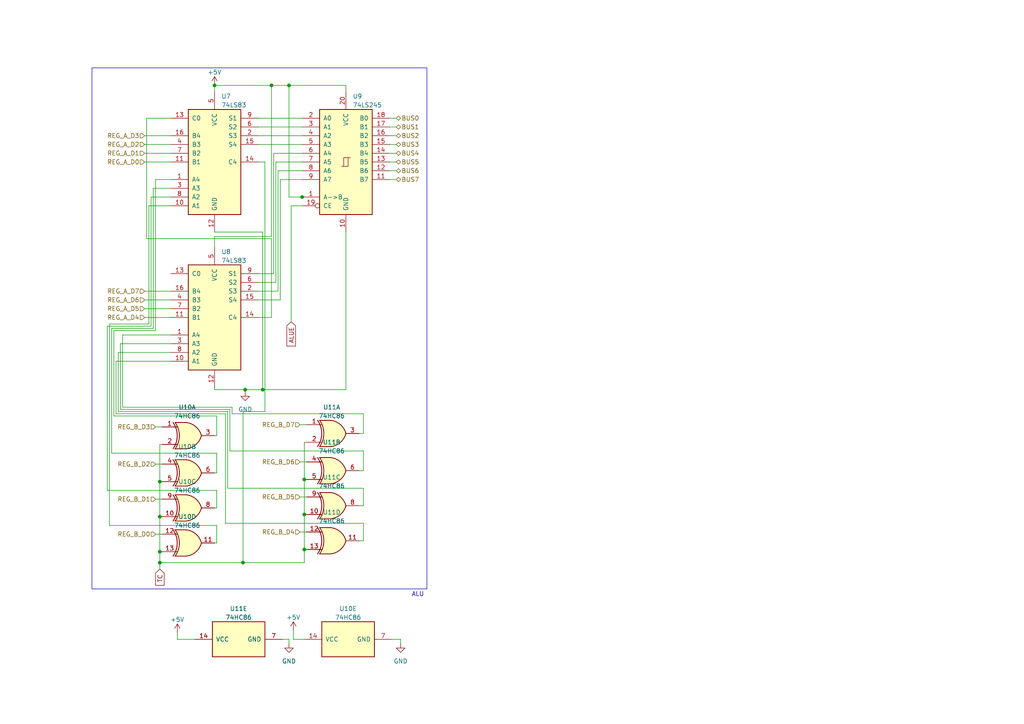
<source format=kicad_sch>
(kicad_sch (version 20230121) (generator eeschema)

  (uuid 2bb06eed-2f7b-4ace-998e-c14b1cfe6db7)

  (paper "A4")

  (lib_symbols
    (symbol "74xx:74HC86" (pin_names (offset 1.016)) (in_bom yes) (on_board yes)
      (property "Reference" "U" (at 0 1.27 0)
        (effects (font (size 1.27 1.27)))
      )
      (property "Value" "74HC86" (at 0 -1.27 0)
        (effects (font (size 1.27 1.27)))
      )
      (property "Footprint" "" (at 0 0 0)
        (effects (font (size 1.27 1.27)) hide)
      )
      (property "Datasheet" "http://www.ti.com/lit/gpn/sn74HC86" (at 0 0 0)
        (effects (font (size 1.27 1.27)) hide)
      )
      (property "ki_locked" "" (at 0 0 0)
        (effects (font (size 1.27 1.27)))
      )
      (property "ki_keywords" "TTL XOR2" (at 0 0 0)
        (effects (font (size 1.27 1.27)) hide)
      )
      (property "ki_description" "Quad 2-input XOR" (at 0 0 0)
        (effects (font (size 1.27 1.27)) hide)
      )
      (property "ki_fp_filters" "DIP*W7.62mm*" (at 0 0 0)
        (effects (font (size 1.27 1.27)) hide)
      )
      (symbol "74HC86_1_0"
        (arc (start -4.4196 -3.81) (mid -3.2033 0) (end -4.4196 3.81)
          (stroke (width 0.254) (type default))
          (fill (type none))
        )
        (arc (start -3.81 -3.81) (mid -2.589 0) (end -3.81 3.81)
          (stroke (width 0.254) (type default))
          (fill (type none))
        )
        (arc (start -0.6096 -3.81) (mid 2.1842 -2.5851) (end 3.81 0)
          (stroke (width 0.254) (type default))
          (fill (type background))
        )
        (polyline
          (pts
            (xy -3.81 -3.81)
            (xy -0.635 -3.81)
          )
          (stroke (width 0.254) (type default))
          (fill (type background))
        )
        (polyline
          (pts
            (xy -3.81 3.81)
            (xy -0.635 3.81)
          )
          (stroke (width 0.254) (type default))
          (fill (type background))
        )
        (polyline
          (pts
            (xy -0.635 3.81)
            (xy -3.81 3.81)
            (xy -3.81 3.81)
            (xy -3.556 3.4036)
            (xy -3.0226 2.2606)
            (xy -2.6924 1.0414)
            (xy -2.6162 -0.254)
            (xy -2.7686 -1.4986)
            (xy -3.175 -2.7178)
            (xy -3.81 -3.81)
            (xy -3.81 -3.81)
            (xy -0.635 -3.81)
          )
          (stroke (width -25.4) (type default))
          (fill (type background))
        )
        (arc (start 3.81 0) (mid 2.1915 2.5936) (end -0.6096 3.81)
          (stroke (width 0.254) (type default))
          (fill (type background))
        )
        (pin input line (at -7.62 2.54 0) (length 4.445)
          (name "~" (effects (font (size 1.27 1.27))))
          (number "1" (effects (font (size 1.27 1.27))))
        )
        (pin input line (at -7.62 -2.54 0) (length 4.445)
          (name "~" (effects (font (size 1.27 1.27))))
          (number "2" (effects (font (size 1.27 1.27))))
        )
        (pin output line (at 7.62 0 180) (length 3.81)
          (name "~" (effects (font (size 1.27 1.27))))
          (number "3" (effects (font (size 1.27 1.27))))
        )
      )
      (symbol "74HC86_1_1"
        (polyline
          (pts
            (xy -3.81 -2.54)
            (xy -3.175 -2.54)
          )
          (stroke (width 0.1524) (type default))
          (fill (type none))
        )
        (polyline
          (pts
            (xy -3.81 2.54)
            (xy -3.175 2.54)
          )
          (stroke (width 0.1524) (type default))
          (fill (type none))
        )
      )
      (symbol "74HC86_2_0"
        (arc (start -4.4196 -3.81) (mid -3.2033 0) (end -4.4196 3.81)
          (stroke (width 0.254) (type default))
          (fill (type none))
        )
        (arc (start -3.81 -3.81) (mid -2.589 0) (end -3.81 3.81)
          (stroke (width 0.254) (type default))
          (fill (type none))
        )
        (arc (start -0.6096 -3.81) (mid 2.1842 -2.5851) (end 3.81 0)
          (stroke (width 0.254) (type default))
          (fill (type background))
        )
        (polyline
          (pts
            (xy -3.81 -3.81)
            (xy -0.635 -3.81)
          )
          (stroke (width 0.254) (type default))
          (fill (type background))
        )
        (polyline
          (pts
            (xy -3.81 3.81)
            (xy -0.635 3.81)
          )
          (stroke (width 0.254) (type default))
          (fill (type background))
        )
        (polyline
          (pts
            (xy -0.635 3.81)
            (xy -3.81 3.81)
            (xy -3.81 3.81)
            (xy -3.556 3.4036)
            (xy -3.0226 2.2606)
            (xy -2.6924 1.0414)
            (xy -2.6162 -0.254)
            (xy -2.7686 -1.4986)
            (xy -3.175 -2.7178)
            (xy -3.81 -3.81)
            (xy -3.81 -3.81)
            (xy -0.635 -3.81)
          )
          (stroke (width -25.4) (type default))
          (fill (type background))
        )
        (arc (start 3.81 0) (mid 2.1915 2.5936) (end -0.6096 3.81)
          (stroke (width 0.254) (type default))
          (fill (type background))
        )
        (pin input line (at -7.62 2.54 0) (length 4.445)
          (name "~" (effects (font (size 1.27 1.27))))
          (number "4" (effects (font (size 1.27 1.27))))
        )
        (pin input line (at -7.62 -2.54 0) (length 4.445)
          (name "~" (effects (font (size 1.27 1.27))))
          (number "5" (effects (font (size 1.27 1.27))))
        )
        (pin output line (at 7.62 0 180) (length 3.81)
          (name "~" (effects (font (size 1.27 1.27))))
          (number "6" (effects (font (size 1.27 1.27))))
        )
      )
      (symbol "74HC86_2_1"
        (polyline
          (pts
            (xy -3.81 -2.54)
            (xy -3.175 -2.54)
          )
          (stroke (width 0.1524) (type default))
          (fill (type none))
        )
        (polyline
          (pts
            (xy -3.81 2.54)
            (xy -3.175 2.54)
          )
          (stroke (width 0.1524) (type default))
          (fill (type none))
        )
      )
      (symbol "74HC86_3_0"
        (arc (start -4.4196 -3.81) (mid -3.2033 0) (end -4.4196 3.81)
          (stroke (width 0.254) (type default))
          (fill (type none))
        )
        (arc (start -3.81 -3.81) (mid -2.589 0) (end -3.81 3.81)
          (stroke (width 0.254) (type default))
          (fill (type none))
        )
        (arc (start -0.6096 -3.81) (mid 2.1842 -2.5851) (end 3.81 0)
          (stroke (width 0.254) (type default))
          (fill (type background))
        )
        (polyline
          (pts
            (xy -3.81 -3.81)
            (xy -0.635 -3.81)
          )
          (stroke (width 0.254) (type default))
          (fill (type background))
        )
        (polyline
          (pts
            (xy -3.81 3.81)
            (xy -0.635 3.81)
          )
          (stroke (width 0.254) (type default))
          (fill (type background))
        )
        (polyline
          (pts
            (xy -0.635 3.81)
            (xy -3.81 3.81)
            (xy -3.81 3.81)
            (xy -3.556 3.4036)
            (xy -3.0226 2.2606)
            (xy -2.6924 1.0414)
            (xy -2.6162 -0.254)
            (xy -2.7686 -1.4986)
            (xy -3.175 -2.7178)
            (xy -3.81 -3.81)
            (xy -3.81 -3.81)
            (xy -0.635 -3.81)
          )
          (stroke (width -25.4) (type default))
          (fill (type background))
        )
        (arc (start 3.81 0) (mid 2.1915 2.5936) (end -0.6096 3.81)
          (stroke (width 0.254) (type default))
          (fill (type background))
        )
        (pin input line (at -7.62 -2.54 0) (length 4.445)
          (name "~" (effects (font (size 1.27 1.27))))
          (number "10" (effects (font (size 1.27 1.27))))
        )
        (pin output line (at 7.62 0 180) (length 3.81)
          (name "~" (effects (font (size 1.27 1.27))))
          (number "8" (effects (font (size 1.27 1.27))))
        )
        (pin input line (at -7.62 2.54 0) (length 4.445)
          (name "~" (effects (font (size 1.27 1.27))))
          (number "9" (effects (font (size 1.27 1.27))))
        )
      )
      (symbol "74HC86_3_1"
        (polyline
          (pts
            (xy -3.81 -2.54)
            (xy -3.175 -2.54)
          )
          (stroke (width 0.1524) (type default))
          (fill (type none))
        )
        (polyline
          (pts
            (xy -3.81 2.54)
            (xy -3.175 2.54)
          )
          (stroke (width 0.1524) (type default))
          (fill (type none))
        )
      )
      (symbol "74HC86_4_0"
        (arc (start -4.4196 -3.81) (mid -3.2033 0) (end -4.4196 3.81)
          (stroke (width 0.254) (type default))
          (fill (type none))
        )
        (arc (start -3.81 -3.81) (mid -2.589 0) (end -3.81 3.81)
          (stroke (width 0.254) (type default))
          (fill (type none))
        )
        (arc (start -0.6096 -3.81) (mid 2.1842 -2.5851) (end 3.81 0)
          (stroke (width 0.254) (type default))
          (fill (type background))
        )
        (polyline
          (pts
            (xy -3.81 -3.81)
            (xy -0.635 -3.81)
          )
          (stroke (width 0.254) (type default))
          (fill (type background))
        )
        (polyline
          (pts
            (xy -3.81 3.81)
            (xy -0.635 3.81)
          )
          (stroke (width 0.254) (type default))
          (fill (type background))
        )
        (polyline
          (pts
            (xy -0.635 3.81)
            (xy -3.81 3.81)
            (xy -3.81 3.81)
            (xy -3.556 3.4036)
            (xy -3.0226 2.2606)
            (xy -2.6924 1.0414)
            (xy -2.6162 -0.254)
            (xy -2.7686 -1.4986)
            (xy -3.175 -2.7178)
            (xy -3.81 -3.81)
            (xy -3.81 -3.81)
            (xy -0.635 -3.81)
          )
          (stroke (width -25.4) (type default))
          (fill (type background))
        )
        (arc (start 3.81 0) (mid 2.1915 2.5936) (end -0.6096 3.81)
          (stroke (width 0.254) (type default))
          (fill (type background))
        )
        (pin output line (at 7.62 0 180) (length 3.81)
          (name "~" (effects (font (size 1.27 1.27))))
          (number "11" (effects (font (size 1.27 1.27))))
        )
        (pin input line (at -7.62 2.54 0) (length 4.445)
          (name "~" (effects (font (size 1.27 1.27))))
          (number "12" (effects (font (size 1.27 1.27))))
        )
        (pin input line (at -7.62 -2.54 0) (length 4.445)
          (name "~" (effects (font (size 1.27 1.27))))
          (number "13" (effects (font (size 1.27 1.27))))
        )
      )
      (symbol "74HC86_4_1"
        (polyline
          (pts
            (xy -3.81 -2.54)
            (xy -3.175 -2.54)
          )
          (stroke (width 0.1524) (type default))
          (fill (type none))
        )
        (polyline
          (pts
            (xy -3.81 2.54)
            (xy -3.175 2.54)
          )
          (stroke (width 0.1524) (type default))
          (fill (type none))
        )
      )
      (symbol "74HC86_5_0"
        (pin power_in line (at 0 12.7 270) (length 5.08)
          (name "VCC" (effects (font (size 1.27 1.27))))
          (number "14" (effects (font (size 1.27 1.27))))
        )
        (pin power_in line (at 0 -12.7 90) (length 5.08)
          (name "GND" (effects (font (size 1.27 1.27))))
          (number "7" (effects (font (size 1.27 1.27))))
        )
      )
      (symbol "74HC86_5_1"
        (rectangle (start -5.08 7.62) (end 5.08 -7.62)
          (stroke (width 0.254) (type default))
          (fill (type background))
        )
      )
    )
    (symbol "74xx:74LS245" (pin_names (offset 1.016)) (in_bom yes) (on_board yes)
      (property "Reference" "U" (at -7.62 16.51 0)
        (effects (font (size 1.27 1.27)))
      )
      (property "Value" "74LS245" (at -7.62 -16.51 0)
        (effects (font (size 1.27 1.27)))
      )
      (property "Footprint" "" (at 0 0 0)
        (effects (font (size 1.27 1.27)) hide)
      )
      (property "Datasheet" "http://www.ti.com/lit/gpn/sn74LS245" (at 0 0 0)
        (effects (font (size 1.27 1.27)) hide)
      )
      (property "ki_locked" "" (at 0 0 0)
        (effects (font (size 1.27 1.27)))
      )
      (property "ki_keywords" "TTL BUS 3State" (at 0 0 0)
        (effects (font (size 1.27 1.27)) hide)
      )
      (property "ki_description" "Octal BUS Transceivers, 3-State outputs" (at 0 0 0)
        (effects (font (size 1.27 1.27)) hide)
      )
      (property "ki_fp_filters" "DIP?20*" (at 0 0 0)
        (effects (font (size 1.27 1.27)) hide)
      )
      (symbol "74LS245_1_0"
        (polyline
          (pts
            (xy -0.635 -1.27)
            (xy -0.635 1.27)
            (xy 0.635 1.27)
          )
          (stroke (width 0) (type default))
          (fill (type none))
        )
        (polyline
          (pts
            (xy -1.27 -1.27)
            (xy 0.635 -1.27)
            (xy 0.635 1.27)
            (xy 1.27 1.27)
          )
          (stroke (width 0) (type default))
          (fill (type none))
        )
        (pin input line (at -12.7 -10.16 0) (length 5.08)
          (name "A->B" (effects (font (size 1.27 1.27))))
          (number "1" (effects (font (size 1.27 1.27))))
        )
        (pin power_in line (at 0 -20.32 90) (length 5.08)
          (name "GND" (effects (font (size 1.27 1.27))))
          (number "10" (effects (font (size 1.27 1.27))))
        )
        (pin tri_state line (at 12.7 -5.08 180) (length 5.08)
          (name "B7" (effects (font (size 1.27 1.27))))
          (number "11" (effects (font (size 1.27 1.27))))
        )
        (pin tri_state line (at 12.7 -2.54 180) (length 5.08)
          (name "B6" (effects (font (size 1.27 1.27))))
          (number "12" (effects (font (size 1.27 1.27))))
        )
        (pin tri_state line (at 12.7 0 180) (length 5.08)
          (name "B5" (effects (font (size 1.27 1.27))))
          (number "13" (effects (font (size 1.27 1.27))))
        )
        (pin tri_state line (at 12.7 2.54 180) (length 5.08)
          (name "B4" (effects (font (size 1.27 1.27))))
          (number "14" (effects (font (size 1.27 1.27))))
        )
        (pin tri_state line (at 12.7 5.08 180) (length 5.08)
          (name "B3" (effects (font (size 1.27 1.27))))
          (number "15" (effects (font (size 1.27 1.27))))
        )
        (pin tri_state line (at 12.7 7.62 180) (length 5.08)
          (name "B2" (effects (font (size 1.27 1.27))))
          (number "16" (effects (font (size 1.27 1.27))))
        )
        (pin tri_state line (at 12.7 10.16 180) (length 5.08)
          (name "B1" (effects (font (size 1.27 1.27))))
          (number "17" (effects (font (size 1.27 1.27))))
        )
        (pin tri_state line (at 12.7 12.7 180) (length 5.08)
          (name "B0" (effects (font (size 1.27 1.27))))
          (number "18" (effects (font (size 1.27 1.27))))
        )
        (pin input inverted (at -12.7 -12.7 0) (length 5.08)
          (name "CE" (effects (font (size 1.27 1.27))))
          (number "19" (effects (font (size 1.27 1.27))))
        )
        (pin tri_state line (at -12.7 12.7 0) (length 5.08)
          (name "A0" (effects (font (size 1.27 1.27))))
          (number "2" (effects (font (size 1.27 1.27))))
        )
        (pin power_in line (at 0 20.32 270) (length 5.08)
          (name "VCC" (effects (font (size 1.27 1.27))))
          (number "20" (effects (font (size 1.27 1.27))))
        )
        (pin tri_state line (at -12.7 10.16 0) (length 5.08)
          (name "A1" (effects (font (size 1.27 1.27))))
          (number "3" (effects (font (size 1.27 1.27))))
        )
        (pin tri_state line (at -12.7 7.62 0) (length 5.08)
          (name "A2" (effects (font (size 1.27 1.27))))
          (number "4" (effects (font (size 1.27 1.27))))
        )
        (pin tri_state line (at -12.7 5.08 0) (length 5.08)
          (name "A3" (effects (font (size 1.27 1.27))))
          (number "5" (effects (font (size 1.27 1.27))))
        )
        (pin tri_state line (at -12.7 2.54 0) (length 5.08)
          (name "A4" (effects (font (size 1.27 1.27))))
          (number "6" (effects (font (size 1.27 1.27))))
        )
        (pin tri_state line (at -12.7 0 0) (length 5.08)
          (name "A5" (effects (font (size 1.27 1.27))))
          (number "7" (effects (font (size 1.27 1.27))))
        )
        (pin tri_state line (at -12.7 -2.54 0) (length 5.08)
          (name "A6" (effects (font (size 1.27 1.27))))
          (number "8" (effects (font (size 1.27 1.27))))
        )
        (pin tri_state line (at -12.7 -5.08 0) (length 5.08)
          (name "A7" (effects (font (size 1.27 1.27))))
          (number "9" (effects (font (size 1.27 1.27))))
        )
      )
      (symbol "74LS245_1_1"
        (rectangle (start -7.62 15.24) (end 7.62 -15.24)
          (stroke (width 0.254) (type default))
          (fill (type background))
        )
      )
    )
    (symbol "74xx:74LS83" (pin_names (offset 1.016)) (in_bom yes) (on_board yes)
      (property "Reference" "U" (at -7.62 16.51 0)
        (effects (font (size 1.27 1.27)))
      )
      (property "Value" "74LS83" (at -7.62 -16.51 0)
        (effects (font (size 1.27 1.27)))
      )
      (property "Footprint" "" (at 0 0 0)
        (effects (font (size 1.27 1.27)) hide)
      )
      (property "Datasheet" "http://www.ti.com/lit/gpn/sn74LS83" (at 0 0 0)
        (effects (font (size 1.27 1.27)) hide)
      )
      (property "ki_locked" "" (at 0 0 0)
        (effects (font (size 1.27 1.27)))
      )
      (property "ki_keywords" "TTL ADD ARITH ALU" (at 0 0 0)
        (effects (font (size 1.27 1.27)) hide)
      )
      (property "ki_description" "4-bit Full Adder" (at 0 0 0)
        (effects (font (size 1.27 1.27)) hide)
      )
      (property "ki_fp_filters" "DIP?16*" (at 0 0 0)
        (effects (font (size 1.27 1.27)) hide)
      )
      (symbol "74LS83_1_0"
        (pin input line (at -12.7 -5.08 0) (length 5.08)
          (name "A4" (effects (font (size 1.27 1.27))))
          (number "1" (effects (font (size 1.27 1.27))))
        )
        (pin input line (at -12.7 -12.7 0) (length 5.08)
          (name "A1" (effects (font (size 1.27 1.27))))
          (number "10" (effects (font (size 1.27 1.27))))
        )
        (pin input line (at -12.7 0 0) (length 5.08)
          (name "B1" (effects (font (size 1.27 1.27))))
          (number "11" (effects (font (size 1.27 1.27))))
        )
        (pin power_in line (at 0 -20.32 90) (length 5.08)
          (name "GND" (effects (font (size 1.27 1.27))))
          (number "12" (effects (font (size 1.27 1.27))))
        )
        (pin input line (at -12.7 12.7 0) (length 5.08)
          (name "C0" (effects (font (size 1.27 1.27))))
          (number "13" (effects (font (size 1.27 1.27))))
        )
        (pin output line (at 12.7 0 180) (length 5.08)
          (name "C4" (effects (font (size 1.27 1.27))))
          (number "14" (effects (font (size 1.27 1.27))))
        )
        (pin output line (at 12.7 5.08 180) (length 5.08)
          (name "S4" (effects (font (size 1.27 1.27))))
          (number "15" (effects (font (size 1.27 1.27))))
        )
        (pin input line (at -12.7 7.62 0) (length 5.08)
          (name "B4" (effects (font (size 1.27 1.27))))
          (number "16" (effects (font (size 1.27 1.27))))
        )
        (pin output line (at 12.7 7.62 180) (length 5.08)
          (name "S3" (effects (font (size 1.27 1.27))))
          (number "2" (effects (font (size 1.27 1.27))))
        )
        (pin input line (at -12.7 -7.62 0) (length 5.08)
          (name "A3" (effects (font (size 1.27 1.27))))
          (number "3" (effects (font (size 1.27 1.27))))
        )
        (pin input line (at -12.7 5.08 0) (length 5.08)
          (name "B3" (effects (font (size 1.27 1.27))))
          (number "4" (effects (font (size 1.27 1.27))))
        )
        (pin power_in line (at 0 20.32 270) (length 5.08)
          (name "VCC" (effects (font (size 1.27 1.27))))
          (number "5" (effects (font (size 1.27 1.27))))
        )
        (pin output line (at 12.7 10.16 180) (length 5.08)
          (name "S2" (effects (font (size 1.27 1.27))))
          (number "6" (effects (font (size 1.27 1.27))))
        )
        (pin input line (at -12.7 2.54 0) (length 5.08)
          (name "B2" (effects (font (size 1.27 1.27))))
          (number "7" (effects (font (size 1.27 1.27))))
        )
        (pin input line (at -12.7 -10.16 0) (length 5.08)
          (name "A2" (effects (font (size 1.27 1.27))))
          (number "8" (effects (font (size 1.27 1.27))))
        )
        (pin output line (at 12.7 12.7 180) (length 5.08)
          (name "S1" (effects (font (size 1.27 1.27))))
          (number "9" (effects (font (size 1.27 1.27))))
        )
      )
      (symbol "74LS83_1_1"
        (rectangle (start -7.62 15.24) (end 7.62 -15.24)
          (stroke (width 0.254) (type default))
          (fill (type background))
        )
      )
    )
    (symbol "power:+5V" (power) (pin_names (offset 0)) (in_bom yes) (on_board yes)
      (property "Reference" "#PWR" (at 0 -3.81 0)
        (effects (font (size 1.27 1.27)) hide)
      )
      (property "Value" "+5V" (at 0 3.556 0)
        (effects (font (size 1.27 1.27)))
      )
      (property "Footprint" "" (at 0 0 0)
        (effects (font (size 1.27 1.27)) hide)
      )
      (property "Datasheet" "" (at 0 0 0)
        (effects (font (size 1.27 1.27)) hide)
      )
      (property "ki_keywords" "global power" (at 0 0 0)
        (effects (font (size 1.27 1.27)) hide)
      )
      (property "ki_description" "Power symbol creates a global label with name \"+5V\"" (at 0 0 0)
        (effects (font (size 1.27 1.27)) hide)
      )
      (symbol "+5V_0_1"
        (polyline
          (pts
            (xy -0.762 1.27)
            (xy 0 2.54)
          )
          (stroke (width 0) (type default))
          (fill (type none))
        )
        (polyline
          (pts
            (xy 0 0)
            (xy 0 2.54)
          )
          (stroke (width 0) (type default))
          (fill (type none))
        )
        (polyline
          (pts
            (xy 0 2.54)
            (xy 0.762 1.27)
          )
          (stroke (width 0) (type default))
          (fill (type none))
        )
      )
      (symbol "+5V_1_1"
        (pin power_in line (at 0 0 90) (length 0) hide
          (name "+5V" (effects (font (size 1.27 1.27))))
          (number "1" (effects (font (size 1.27 1.27))))
        )
      )
    )
    (symbol "power:GND" (power) (pin_names (offset 0)) (in_bom yes) (on_board yes)
      (property "Reference" "#PWR" (at 0 -6.35 0)
        (effects (font (size 1.27 1.27)) hide)
      )
      (property "Value" "GND" (at 0 -3.81 0)
        (effects (font (size 1.27 1.27)))
      )
      (property "Footprint" "" (at 0 0 0)
        (effects (font (size 1.27 1.27)) hide)
      )
      (property "Datasheet" "" (at 0 0 0)
        (effects (font (size 1.27 1.27)) hide)
      )
      (property "ki_keywords" "global power" (at 0 0 0)
        (effects (font (size 1.27 1.27)) hide)
      )
      (property "ki_description" "Power symbol creates a global label with name \"GND\" , ground" (at 0 0 0)
        (effects (font (size 1.27 1.27)) hide)
      )
      (symbol "GND_0_1"
        (polyline
          (pts
            (xy 0 0)
            (xy 0 -1.27)
            (xy 1.27 -1.27)
            (xy 0 -2.54)
            (xy -1.27 -1.27)
            (xy 0 -1.27)
          )
          (stroke (width 0) (type default))
          (fill (type none))
        )
      )
      (symbol "GND_1_1"
        (pin power_in line (at 0 0 270) (length 0) hide
          (name "GND" (effects (font (size 1.27 1.27))))
          (number "1" (effects (font (size 1.27 1.27))))
        )
      )
    )
  )

  (junction (at 88.265 139.065) (diameter 0) (color 0 0 0 0)
    (uuid 0bc68d51-db79-450e-a2a3-7ce16db034e5)
  )
  (junction (at 88.265 149.225) (diameter 0) (color 0 0 0 0)
    (uuid 134f39de-f6a7-4e9c-95c7-1ac00be01824)
  )
  (junction (at 78.74 24.765) (diameter 0) (color 0 0 0 0)
    (uuid 563c9aef-49ad-4fdc-9a7a-a7ccc5930e9d)
  )
  (junction (at 70.485 163.195) (diameter 0) (color 0 0 0 0)
    (uuid 5bbb46b2-dfab-4fa9-8ebe-1b9bac7409be)
  )
  (junction (at 76.2 113.03) (diameter 0) (color 0 0 0 0)
    (uuid 9d6cf5ad-c418-48c3-b7d7-f7021288199a)
  )
  (junction (at 83.82 24.765) (diameter 0) (color 0 0 0 0)
    (uuid a000bdfc-67f7-4c07-803b-57593ab7f1f2)
  )
  (junction (at 46.355 163.195) (diameter 0) (color 0 0 0 0)
    (uuid ab6e9620-4fa8-4cfb-8c4b-f94ab592713c)
  )
  (junction (at 46.355 149.86) (diameter 0) (color 0 0 0 0)
    (uuid b47e83e5-f305-4f93-9be9-265f1858d97e)
  )
  (junction (at 62.23 24.765) (diameter 0) (color 0 0 0 0)
    (uuid c3017e9d-c152-43fc-9fbf-a0530f045436)
  )
  (junction (at 46.355 160.02) (diameter 0) (color 0 0 0 0)
    (uuid d9c6759e-2ed4-4de4-956c-e525615d6b93)
  )
  (junction (at 87.63 57.15) (diameter 0) (color 0 0 0 0)
    (uuid de349206-28ba-47fb-ae59-fb4a27893a1b)
  )
  (junction (at 46.355 139.7) (diameter 0) (color 0 0 0 0)
    (uuid e6a34d6f-8f70-42d2-a911-8f9c508eabf9)
  )
  (junction (at 88.265 159.385) (diameter 0) (color 0 0 0 0)
    (uuid e8ff3290-bd49-43c5-9ab8-9115607e7110)
  )
  (junction (at 71.12 113.03) (diameter 0) (color 0 0 0 0)
    (uuid f0353f56-2761-4a20-991e-f5c846d785a7)
  )

  (wire (pts (xy 79.375 79.375) (xy 79.375 44.45))
    (stroke (width 0) (type default))
    (uuid 030cc027-e582-449a-8535-0e9dc9c124a6)
  )
  (wire (pts (xy 113.03 49.53) (xy 114.935 49.53))
    (stroke (width 0) (type default))
    (uuid 052c17b4-d7e4-48c6-bace-d893b2db7aaa)
  )
  (wire (pts (xy 62.865 126.365) (xy 62.865 120.65))
    (stroke (width 0) (type default))
    (uuid 07ed1867-d044-41ed-9e5a-9a05c6540574)
  )
  (wire (pts (xy 70.485 163.195) (xy 46.355 163.195))
    (stroke (width 0) (type default))
    (uuid 09dd8004-3aa9-4f1a-86a0-328d2237798d)
  )
  (wire (pts (xy 62.23 113.03) (xy 71.12 113.03))
    (stroke (width 0) (type default))
    (uuid 0c08fc2d-7ce8-4665-8dfd-5d28724f37f1)
  )
  (wire (pts (xy 66.04 141.605) (xy 66.04 119.38))
    (stroke (width 0) (type default))
    (uuid 0cd6b5bb-6553-4791-b5a9-887b36a4ac4e)
  )
  (wire (pts (xy 62.23 157.48) (xy 62.865 157.48))
    (stroke (width 0) (type default))
    (uuid 0e8114dd-3277-4430-b7b7-76d335baadeb)
  )
  (wire (pts (xy 88.265 159.385) (xy 88.265 163.195))
    (stroke (width 0) (type default))
    (uuid 0ebb71a5-1064-4119-92c8-b6008139f066)
  )
  (wire (pts (xy 62.23 126.365) (xy 62.865 126.365))
    (stroke (width 0) (type default))
    (uuid 108b97e3-ff9c-43fb-a961-788520717cbe)
  )
  (wire (pts (xy 32.385 131.445) (xy 32.385 95.25))
    (stroke (width 0) (type default))
    (uuid 1111c9ec-620f-4eca-ace3-fe39733912ac)
  )
  (wire (pts (xy 43.18 59.69) (xy 49.53 59.69))
    (stroke (width 0) (type default))
    (uuid 11ee610c-3a94-4429-9a92-9885f94ab6a7)
  )
  (wire (pts (xy 46.355 165.1) (xy 46.355 163.195))
    (stroke (width 0) (type default))
    (uuid 130432c7-7e40-4828-a6ee-ae6af5c99f04)
  )
  (wire (pts (xy 33.655 120.015) (xy 33.655 104.775))
    (stroke (width 0) (type default))
    (uuid 1362945c-a8a6-4c83-a93f-44405a35a021)
  )
  (wire (pts (xy 46.355 128.905) (xy 46.355 139.7))
    (stroke (width 0) (type default))
    (uuid 16574814-2e05-4043-ab88-2ed047f1ec0d)
  )
  (wire (pts (xy 86.995 123.19) (xy 88.9 123.19))
    (stroke (width 0) (type default))
    (uuid 167db514-80e7-4584-b649-c0d9df262fd3)
  )
  (wire (pts (xy 43.18 93.98) (xy 43.18 59.69))
    (stroke (width 0) (type default))
    (uuid 167ffdd3-75d3-4bef-ac8e-909d376584c6)
  )
  (wire (pts (xy 100.33 113.03) (xy 76.2 113.03))
    (stroke (width 0) (type default))
    (uuid 180bc737-351e-40b5-8ed0-09c4e9c20dce)
  )
  (wire (pts (xy 31.75 93.98) (xy 43.18 93.98))
    (stroke (width 0) (type default))
    (uuid 194fa3ff-6b95-418e-b7fe-4f282ed198e0)
  )
  (wire (pts (xy 86.995 154.305) (xy 88.9 154.305))
    (stroke (width 0) (type default))
    (uuid 1a4f4c31-9077-4092-89d2-5e27153943ab)
  )
  (wire (pts (xy 62.23 24.765) (xy 62.23 26.67))
    (stroke (width 0) (type default))
    (uuid 1ac479a9-c3af-42fe-b9b0-2c5c9e3f1892)
  )
  (wire (pts (xy 42.545 69.215) (xy 78.74 69.215))
    (stroke (width 0) (type default))
    (uuid 1b87a9ef-9268-4531-a0d3-e765044e050f)
  )
  (wire (pts (xy 71.12 113.03) (xy 71.12 113.665))
    (stroke (width 0) (type default))
    (uuid 1d4524ef-848b-4763-b86f-d4a36183293f)
  )
  (wire (pts (xy 83.82 57.15) (xy 83.82 24.765))
    (stroke (width 0) (type default))
    (uuid 1d776e4a-bb62-4f72-89c3-292b108e1352)
  )
  (wire (pts (xy 105.41 156.845) (xy 105.41 151.765))
    (stroke (width 0) (type default))
    (uuid 1e811568-6d9e-4efb-a112-f72db2042b0f)
  )
  (wire (pts (xy 34.925 118.745) (xy 34.925 99.695))
    (stroke (width 0) (type default))
    (uuid 1fc9f5d2-6e97-4d6d-b7b5-e9b34e98de45)
  )
  (wire (pts (xy 46.99 139.7) (xy 46.355 139.7))
    (stroke (width 0) (type default))
    (uuid 21760147-039c-4c28-bdae-b6cba61fa042)
  )
  (wire (pts (xy 46.355 149.86) (xy 46.355 160.02))
    (stroke (width 0) (type default))
    (uuid 217c35e9-3f7b-47c8-982c-23d96c9096a9)
  )
  (wire (pts (xy 88.265 128.27) (xy 88.265 139.065))
    (stroke (width 0) (type default))
    (uuid 230d8915-845b-4bc6-9de9-a0ce81a26df7)
  )
  (wire (pts (xy 62.865 157.48) (xy 62.865 152.4))
    (stroke (width 0) (type default))
    (uuid 251e852a-6ad8-4abb-adb0-d22c747d8458)
  )
  (wire (pts (xy 62.23 147.32) (xy 62.865 147.32))
    (stroke (width 0) (type default))
    (uuid 2710e1e8-595e-4c5c-a472-26d8557373ea)
  )
  (wire (pts (xy 46.355 163.195) (xy 46.355 160.02))
    (stroke (width 0) (type default))
    (uuid 27e6bec0-99c9-4343-a91c-d9a85a3c33eb)
  )
  (wire (pts (xy 43.815 57.15) (xy 49.53 57.15))
    (stroke (width 0) (type default))
    (uuid 31fa52c2-3430-4380-9abb-bc986982fd0d)
  )
  (wire (pts (xy 86.995 133.985) (xy 88.9 133.985))
    (stroke (width 0) (type default))
    (uuid 346e9b6e-822c-452b-8374-09b68e74dbe4)
  )
  (wire (pts (xy 49.53 97.155) (xy 35.56 97.155))
    (stroke (width 0) (type default))
    (uuid 34cbea34-727a-4aed-a924-b80d1e8bbe80)
  )
  (wire (pts (xy 100.33 67.31) (xy 100.33 113.03))
    (stroke (width 0) (type default))
    (uuid 37d64243-3092-4cfd-9db7-4f907f2ebc6a)
  )
  (wire (pts (xy 74.93 39.37) (xy 87.63 39.37))
    (stroke (width 0) (type default))
    (uuid 3b4d2ca0-f78e-4e75-88dc-12ea32db6e06)
  )
  (wire (pts (xy 74.93 41.91) (xy 87.63 41.91))
    (stroke (width 0) (type default))
    (uuid 3d29fb67-3d09-4919-8ca8-efa8f8790361)
  )
  (wire (pts (xy 85.09 182.88) (xy 85.09 185.42))
    (stroke (width 0) (type default))
    (uuid 3e5942be-b16a-41e7-ae46-27fb1020be48)
  )
  (wire (pts (xy 80.01 46.99) (xy 87.63 46.99))
    (stroke (width 0) (type default))
    (uuid 3f16bc34-72ac-4079-a762-5e05ff24a543)
  )
  (wire (pts (xy 46.355 160.02) (xy 46.99 160.02))
    (stroke (width 0) (type default))
    (uuid 3ff83313-26c5-45d2-842f-da5ec4adb325)
  )
  (wire (pts (xy 88.265 57.15) (xy 87.63 57.15))
    (stroke (width 0) (type default))
    (uuid 41277b77-591f-4b84-96c9-75c5f1b7328a)
  )
  (wire (pts (xy 35.56 97.155) (xy 35.56 118.11))
    (stroke (width 0) (type default))
    (uuid 41b6bd65-f5e3-4ec7-93e3-c3a9789c7e92)
  )
  (wire (pts (xy 62.865 120.65) (xy 33.02 120.65))
    (stroke (width 0) (type default))
    (uuid 456a6540-e856-4457-b4e4-9cf9910d6e06)
  )
  (wire (pts (xy 88.265 139.065) (xy 88.9 139.065))
    (stroke (width 0) (type default))
    (uuid 463befb4-b218-41fe-9d7c-6e4245d2c5eb)
  )
  (wire (pts (xy 87.63 59.69) (xy 84.455 59.69))
    (stroke (width 0) (type default))
    (uuid 4679e0a4-d8de-4271-9a90-4a175ad7ee12)
  )
  (wire (pts (xy 62.865 137.16) (xy 62.865 131.445))
    (stroke (width 0) (type default))
    (uuid 46fc1756-de92-4978-9cd6-6ab26ff2578b)
  )
  (wire (pts (xy 81.28 86.995) (xy 74.93 86.995))
    (stroke (width 0) (type default))
    (uuid 47fc13d8-bd3c-4984-83d6-6dda6190d7b4)
  )
  (wire (pts (xy 41.91 44.45) (xy 49.53 44.45))
    (stroke (width 0) (type default))
    (uuid 496c78d7-34d4-4bea-9774-b3988c759756)
  )
  (wire (pts (xy 41.91 39.37) (xy 49.53 39.37))
    (stroke (width 0) (type default))
    (uuid 4af8c40e-5570-4c8f-b01f-9ed1eb1302c7)
  )
  (wire (pts (xy 76.835 46.99) (xy 76.835 119.38))
    (stroke (width 0) (type default))
    (uuid 4bf59d41-4978-436c-9ba4-12f81da61149)
  )
  (wire (pts (xy 42.545 34.29) (xy 42.545 69.215))
    (stroke (width 0) (type default))
    (uuid 4d86274d-58d9-453b-90f0-be951d53042e)
  )
  (wire (pts (xy 66.675 130.81) (xy 66.675 118.745))
    (stroke (width 0) (type default))
    (uuid 5140325f-d0a7-435b-91ea-c2a0b6e2ffcc)
  )
  (wire (pts (xy 33.02 95.885) (xy 45.085 95.885))
    (stroke (width 0) (type default))
    (uuid 516506fd-765a-4303-b38f-b623516823f1)
  )
  (wire (pts (xy 33.655 104.775) (xy 49.53 104.775))
    (stroke (width 0) (type default))
    (uuid 54da6b9a-7003-41a0-964d-10354937967d)
  )
  (wire (pts (xy 74.93 36.83) (xy 87.63 36.83))
    (stroke (width 0) (type default))
    (uuid 55be5e49-5658-4da3-94f6-f0c925747775)
  )
  (wire (pts (xy 41.91 92.075) (xy 49.53 92.075))
    (stroke (width 0) (type default))
    (uuid 57b351dc-f4b3-4135-9d51-133e1b823a72)
  )
  (wire (pts (xy 113.03 39.37) (xy 114.935 39.37))
    (stroke (width 0) (type default))
    (uuid 595d79da-b71b-486c-a146-e6a9cddb1081)
  )
  (wire (pts (xy 80.645 49.53) (xy 87.63 49.53))
    (stroke (width 0) (type default))
    (uuid 5a03f590-5666-4193-8830-d1b62a877c8c)
  )
  (wire (pts (xy 74.93 84.455) (xy 80.645 84.455))
    (stroke (width 0) (type default))
    (uuid 5a378912-6294-47a8-a720-c42be5ee150f)
  )
  (wire (pts (xy 113.03 44.45) (xy 114.935 44.45))
    (stroke (width 0) (type default))
    (uuid 5a6b52df-447f-407e-b5aa-51e8e166b668)
  )
  (wire (pts (xy 105.41 146.685) (xy 105.41 141.605))
    (stroke (width 0) (type default))
    (uuid 5c61ea96-da78-4aa0-9bfd-39fb7e0beee2)
  )
  (wire (pts (xy 88.265 139.065) (xy 88.265 149.225))
    (stroke (width 0) (type default))
    (uuid 5cf98cde-95f3-4aec-a8f7-8363460d4eaf)
  )
  (wire (pts (xy 86.995 144.145) (xy 88.9 144.145))
    (stroke (width 0) (type default))
    (uuid 5d65cd4f-de33-4943-8ba0-a9a573d65807)
  )
  (wire (pts (xy 62.23 68.58) (xy 78.74 68.58))
    (stroke (width 0) (type default))
    (uuid 5d9dc8ff-1c14-4a70-83f6-0f9af18cb480)
  )
  (wire (pts (xy 83.82 185.42) (xy 81.915 185.42))
    (stroke (width 0) (type default))
    (uuid 5ec59f15-c704-441b-b159-c124217c9101)
  )
  (wire (pts (xy 34.29 119.38) (xy 34.29 102.235))
    (stroke (width 0) (type default))
    (uuid 6145f174-25db-483b-bdff-b9c533501512)
  )
  (wire (pts (xy 78.74 24.765) (xy 62.23 24.765))
    (stroke (width 0) (type default))
    (uuid 63f449b5-529b-4f39-96fe-86b9fb2d44b5)
  )
  (wire (pts (xy 88.9 149.225) (xy 88.265 149.225))
    (stroke (width 0) (type default))
    (uuid 64593b18-28bb-457f-8681-c12f876682f3)
  )
  (wire (pts (xy 62.865 147.32) (xy 62.865 142.24))
    (stroke (width 0) (type default))
    (uuid 653bc110-50e5-4691-a284-dc4408208a52)
  )
  (wire (pts (xy 87.63 57.15) (xy 83.82 57.15))
    (stroke (width 0) (type default))
    (uuid 6a406a09-c89b-45e1-9b81-040738d2536c)
  )
  (wire (pts (xy 41.91 86.995) (xy 49.53 86.995))
    (stroke (width 0) (type default))
    (uuid 6b6699ce-c1de-4e95-89e3-7a8f4986563b)
  )
  (wire (pts (xy 74.93 34.29) (xy 87.63 34.29))
    (stroke (width 0) (type default))
    (uuid 6d42e239-d90f-4c44-8f95-4d3676ce1d3f)
  )
  (wire (pts (xy 45.085 134.62) (xy 46.99 134.62))
    (stroke (width 0) (type default))
    (uuid 6e92f77b-a4ef-4311-8e76-d9c79915ddc4)
  )
  (wire (pts (xy 104.14 156.845) (xy 105.41 156.845))
    (stroke (width 0) (type default))
    (uuid 714763c3-1db3-4cd4-b814-8c094a940619)
  )
  (wire (pts (xy 62.23 112.395) (xy 62.23 113.03))
    (stroke (width 0) (type default))
    (uuid 74f4744d-fee3-41f2-b5de-a47b1beed2c6)
  )
  (wire (pts (xy 70.485 119.38) (xy 76.835 119.38))
    (stroke (width 0) (type default))
    (uuid 76508035-4b27-4da5-84f7-574ea0be3ff6)
  )
  (wire (pts (xy 41.91 84.455) (xy 49.53 84.455))
    (stroke (width 0) (type default))
    (uuid 76d5b2d3-03ad-43fe-a282-a49ba3b5883f)
  )
  (wire (pts (xy 62.865 142.24) (xy 31.115 142.24))
    (stroke (width 0) (type default))
    (uuid 796fcf59-a361-4c09-a3af-02ee7dc3bdf6)
  )
  (wire (pts (xy 78.74 68.58) (xy 78.74 24.765))
    (stroke (width 0) (type default))
    (uuid 7d096824-7b1e-4696-8d3b-83164cfd2279)
  )
  (wire (pts (xy 44.45 95.25) (xy 44.45 54.61))
    (stroke (width 0) (type default))
    (uuid 7f15f414-abcf-4853-8423-b4bcc0d590c8)
  )
  (wire (pts (xy 41.91 46.99) (xy 49.53 46.99))
    (stroke (width 0) (type default))
    (uuid 811362b3-775a-4b51-91fd-9f452bb23839)
  )
  (wire (pts (xy 62.23 71.755) (xy 62.23 68.58))
    (stroke (width 0) (type default))
    (uuid 816866f6-ac30-49cf-b8aa-9436f6c3f0d8)
  )
  (wire (pts (xy 88.265 159.385) (xy 88.265 149.225))
    (stroke (width 0) (type default))
    (uuid 82d9a649-1268-4982-be68-4739e99f9625)
  )
  (wire (pts (xy 33.02 120.65) (xy 33.02 95.885))
    (stroke (width 0) (type default))
    (uuid 832b0121-2ccd-4ad8-bcff-73ffedf9ec95)
  )
  (wire (pts (xy 80.01 81.915) (xy 80.01 46.99))
    (stroke (width 0) (type default))
    (uuid 840bba55-911c-41c9-bded-626f4c9913ed)
  )
  (wire (pts (xy 45.085 154.94) (xy 46.99 154.94))
    (stroke (width 0) (type default))
    (uuid 8673a1cc-c5f3-4082-955a-50e46e92d9e6)
  )
  (wire (pts (xy 104.14 136.525) (xy 105.41 136.525))
    (stroke (width 0) (type default))
    (uuid 89478d4c-0342-4454-b4f9-72c630a48496)
  )
  (wire (pts (xy 45.085 95.885) (xy 45.085 52.07))
    (stroke (width 0) (type default))
    (uuid 8d19f5ed-e373-472b-9f53-f74484f7f3ed)
  )
  (wire (pts (xy 113.03 52.07) (xy 114.935 52.07))
    (stroke (width 0) (type default))
    (uuid 8dcdcf60-8e77-460d-9b25-79256903c807)
  )
  (wire (pts (xy 41.91 89.535) (xy 49.53 89.535))
    (stroke (width 0) (type default))
    (uuid 8eec5792-c81e-459c-8dea-d93e7a161cae)
  )
  (wire (pts (xy 51.435 183.515) (xy 51.435 185.42))
    (stroke (width 0) (type default))
    (uuid 8ef60fe1-8c5c-4bff-9119-7586e328b9b5)
  )
  (wire (pts (xy 34.925 99.695) (xy 49.53 99.695))
    (stroke (width 0) (type default))
    (uuid 9038d4b3-8a5a-4153-b984-1f81226a1d0c)
  )
  (wire (pts (xy 105.41 130.81) (xy 66.675 130.81))
    (stroke (width 0) (type default))
    (uuid 935cf51f-00da-448e-9cac-af574cbe2805)
  )
  (wire (pts (xy 46.99 128.905) (xy 46.355 128.905))
    (stroke (width 0) (type default))
    (uuid 93b7d385-97b6-4cdf-b2e5-006b4c44650e)
  )
  (wire (pts (xy 76.835 46.99) (xy 74.93 46.99))
    (stroke (width 0) (type default))
    (uuid 940dac7e-eb74-409e-a53b-d5ef5f3b8704)
  )
  (wire (pts (xy 35.56 118.11) (xy 67.31 118.11))
    (stroke (width 0) (type default))
    (uuid 94707615-9015-4682-ae0f-f864298584c9)
  )
  (wire (pts (xy 113.03 34.29) (xy 114.935 34.29))
    (stroke (width 0) (type default))
    (uuid 953f8d4f-6270-479d-9128-52cbb8f74b68)
  )
  (wire (pts (xy 113.03 41.91) (xy 114.935 41.91))
    (stroke (width 0) (type default))
    (uuid 956dcb8a-d951-4c78-9036-4dbaec941779)
  )
  (wire (pts (xy 67.31 118.11) (xy 67.31 120.015))
    (stroke (width 0) (type default))
    (uuid 969e092f-ac1f-47b3-93fb-33a305320854)
  )
  (wire (pts (xy 49.53 34.29) (xy 42.545 34.29))
    (stroke (width 0) (type default))
    (uuid 974c1175-f58a-43a6-af79-bc2f8ee574fd)
  )
  (wire (pts (xy 65.405 151.765) (xy 65.405 120.015))
    (stroke (width 0) (type default))
    (uuid 997f3d10-a670-4418-bf25-c90c1a1720ad)
  )
  (wire (pts (xy 100.33 26.67) (xy 100.33 24.765))
    (stroke (width 0) (type default))
    (uuid 9a28d63a-d28b-401c-8d37-ae3fd98d0c72)
  )
  (wire (pts (xy 31.115 94.615) (xy 43.815 94.615))
    (stroke (width 0) (type default))
    (uuid 9e39c1b5-61e2-4685-94a5-d5bafff2d03a)
  )
  (wire (pts (xy 105.41 141.605) (xy 66.04 141.605))
    (stroke (width 0) (type default))
    (uuid a14b76c9-9a25-46be-9f9b-14b25883682b)
  )
  (wire (pts (xy 80.645 84.455) (xy 80.645 49.53))
    (stroke (width 0) (type default))
    (uuid a3e16247-bae3-4569-94c6-9f09013b3975)
  )
  (wire (pts (xy 65.405 120.015) (xy 33.655 120.015))
    (stroke (width 0) (type default))
    (uuid a3e966cd-f521-4c22-94ac-ece81c35896a)
  )
  (wire (pts (xy 113.03 36.83) (xy 114.935 36.83))
    (stroke (width 0) (type default))
    (uuid a47f02ca-d350-49c0-9917-b63095f0451d)
  )
  (wire (pts (xy 44.45 54.61) (xy 49.53 54.61))
    (stroke (width 0) (type default))
    (uuid ab957095-a33b-406d-858c-256fd8cb4ab4)
  )
  (wire (pts (xy 100.33 24.765) (xy 83.82 24.765))
    (stroke (width 0) (type default))
    (uuid af529de4-9081-46a6-a16b-5d9db21040ec)
  )
  (wire (pts (xy 62.865 131.445) (xy 32.385 131.445))
    (stroke (width 0) (type default))
    (uuid afdf01b7-ebf7-4f60-be03-0d0ed2dac954)
  )
  (wire (pts (xy 43.815 94.615) (xy 43.815 57.15))
    (stroke (width 0) (type default))
    (uuid b086d99a-c9a3-4a09-8206-40c8b80d7b92)
  )
  (wire (pts (xy 83.82 24.765) (xy 78.74 24.765))
    (stroke (width 0) (type default))
    (uuid b15b1cd6-804f-42ee-9c56-f286d98b921b)
  )
  (wire (pts (xy 62.23 67.31) (xy 76.2 67.31))
    (stroke (width 0) (type default))
    (uuid b202f900-f9d9-4cc9-8b52-be14055fcf99)
  )
  (wire (pts (xy 104.14 146.685) (xy 105.41 146.685))
    (stroke (width 0) (type default))
    (uuid b20f2e2a-5e90-41e3-b0a4-514c8fa7f60a)
  )
  (wire (pts (xy 88.9 128.27) (xy 88.265 128.27))
    (stroke (width 0) (type default))
    (uuid b24ceff6-c536-4710-b4a6-bff2dc9bbb74)
  )
  (wire (pts (xy 84.455 59.69) (xy 84.455 93.345))
    (stroke (width 0) (type default))
    (uuid b2b9c45c-27c4-41d3-a72d-81d085fd0591)
  )
  (wire (pts (xy 78.74 92.075) (xy 74.93 92.075))
    (stroke (width 0) (type default))
    (uuid b3af58b7-e721-407b-8dad-580ad505127d)
  )
  (wire (pts (xy 78.74 69.215) (xy 78.74 92.075))
    (stroke (width 0) (type default))
    (uuid b45f3652-a0fe-4b88-87cf-3484c683998b)
  )
  (wire (pts (xy 31.75 152.4) (xy 31.75 93.98))
    (stroke (width 0) (type default))
    (uuid b732f202-97d4-4562-8d2a-a9b857409404)
  )
  (wire (pts (xy 76.2 113.03) (xy 71.12 113.03))
    (stroke (width 0) (type default))
    (uuid b966c1c7-dd5f-49ae-80ab-3232913ff1e7)
  )
  (wire (pts (xy 32.385 95.25) (xy 44.45 95.25))
    (stroke (width 0) (type default))
    (uuid bb8a9397-505e-4183-ae94-b0b364b5fe1a)
  )
  (wire (pts (xy 105.41 125.73) (xy 104.14 125.73))
    (stroke (width 0) (type default))
    (uuid bdf9b2c3-269d-443c-b07a-7ee15991ca7e)
  )
  (wire (pts (xy 51.435 185.42) (xy 56.515 185.42))
    (stroke (width 0) (type default))
    (uuid c020cbdc-5123-46fd-bddb-7a2604a98ba9)
  )
  (wire (pts (xy 45.085 123.825) (xy 46.99 123.825))
    (stroke (width 0) (type default))
    (uuid c0e064d8-8368-447b-992c-7c7bb2263873)
  )
  (wire (pts (xy 31.115 142.24) (xy 31.115 94.615))
    (stroke (width 0) (type default))
    (uuid c2034955-50d3-4b72-8a97-1c47ecd9db63)
  )
  (wire (pts (xy 116.205 186.69) (xy 116.205 185.42))
    (stroke (width 0) (type default))
    (uuid c20ea9a1-fa0e-4b04-b990-499d5520d983)
  )
  (wire (pts (xy 105.41 136.525) (xy 105.41 130.81))
    (stroke (width 0) (type default))
    (uuid c39376a6-8cad-4c17-b0ee-be090e464cb1)
  )
  (wire (pts (xy 70.485 163.195) (xy 70.485 119.38))
    (stroke (width 0) (type default))
    (uuid c648870a-fec3-4d37-8311-96795121efed)
  )
  (wire (pts (xy 45.085 144.78) (xy 46.99 144.78))
    (stroke (width 0) (type default))
    (uuid c6a49f4e-09d7-4a88-9c2c-85dc2508e1a2)
  )
  (wire (pts (xy 105.41 120.015) (xy 105.41 125.73))
    (stroke (width 0) (type default))
    (uuid c8ead475-233a-4101-b2c0-785acf5bb301)
  )
  (wire (pts (xy 62.23 137.16) (xy 62.865 137.16))
    (stroke (width 0) (type default))
    (uuid c91624df-8d71-44f4-87cc-0f6894cd3a3a)
  )
  (wire (pts (xy 88.265 163.195) (xy 70.485 163.195))
    (stroke (width 0) (type default))
    (uuid cdf262da-fc41-4da0-bd1e-700b3c4ae5e6)
  )
  (wire (pts (xy 85.09 185.42) (xy 88.265 185.42))
    (stroke (width 0) (type default))
    (uuid d2f69ac4-219d-4135-9cec-4ebfea12fc5e)
  )
  (wire (pts (xy 66.04 119.38) (xy 34.29 119.38))
    (stroke (width 0) (type default))
    (uuid d72b9360-b205-4e69-a73d-af852c0c1453)
  )
  (wire (pts (xy 113.665 185.42) (xy 116.205 185.42))
    (stroke (width 0) (type default))
    (uuid d85ed9e8-7473-49a7-bc5a-5473e89b2028)
  )
  (wire (pts (xy 46.355 139.7) (xy 46.355 149.86))
    (stroke (width 0) (type default))
    (uuid d8cfdd5c-5c78-4b8b-9a7b-d2790b28fe90)
  )
  (wire (pts (xy 66.675 118.745) (xy 34.925 118.745))
    (stroke (width 0) (type default))
    (uuid dc0fcb22-0479-4465-beec-c6780ed49229)
  )
  (wire (pts (xy 88.9 159.385) (xy 88.265 159.385))
    (stroke (width 0) (type default))
    (uuid e224210c-7aef-45ea-a5f1-8330ff775c4d)
  )
  (wire (pts (xy 74.93 79.375) (xy 79.375 79.375))
    (stroke (width 0) (type default))
    (uuid e32c82e3-dd68-4242-8dd2-7f69218f9a91)
  )
  (wire (pts (xy 81.28 52.07) (xy 81.28 86.995))
    (stroke (width 0) (type default))
    (uuid e68644af-3331-4cc0-b9c0-523e3fcf522f)
  )
  (wire (pts (xy 41.91 41.91) (xy 49.53 41.91))
    (stroke (width 0) (type default))
    (uuid e6eb4159-7a2b-4798-8db1-55e069d3ca5e)
  )
  (wire (pts (xy 46.99 149.86) (xy 46.355 149.86))
    (stroke (width 0) (type default))
    (uuid e9af7349-78ad-4d2f-8a83-f3b7de261000)
  )
  (wire (pts (xy 67.31 120.015) (xy 105.41 120.015))
    (stroke (width 0) (type default))
    (uuid eaa6d7d9-22f5-4aba-9ef8-c1b7e9cb0270)
  )
  (wire (pts (xy 45.085 52.07) (xy 49.53 52.07))
    (stroke (width 0) (type default))
    (uuid ecc87c03-a8cd-496e-bbc6-5ee2b8310ca7)
  )
  (wire (pts (xy 34.29 102.235) (xy 49.53 102.235))
    (stroke (width 0) (type default))
    (uuid ed019fd1-8dad-4611-a507-269faffe30d8)
  )
  (wire (pts (xy 74.93 81.915) (xy 80.01 81.915))
    (stroke (width 0) (type default))
    (uuid efdb3c86-e523-4e02-a2a7-d020a5356357)
  )
  (wire (pts (xy 87.63 52.07) (xy 81.28 52.07))
    (stroke (width 0) (type default))
    (uuid f2a07197-07f4-43d0-aa4e-69da589b4848)
  )
  (wire (pts (xy 83.82 186.69) (xy 83.82 185.42))
    (stroke (width 0) (type default))
    (uuid f2c491d1-8621-4c10-905d-04b2d3456884)
  )
  (wire (pts (xy 113.03 46.99) (xy 114.935 46.99))
    (stroke (width 0) (type default))
    (uuid f3e10d52-cbab-4204-af0b-b8296585eaab)
  )
  (wire (pts (xy 62.865 152.4) (xy 31.75 152.4))
    (stroke (width 0) (type default))
    (uuid fb2c8624-981c-4fbe-8753-468916948ae0)
  )
  (wire (pts (xy 105.41 151.765) (xy 65.405 151.765))
    (stroke (width 0) (type default))
    (uuid fceeb393-166f-470c-a2e0-768d4688a121)
  )
  (wire (pts (xy 79.375 44.45) (xy 87.63 44.45))
    (stroke (width 0) (type default))
    (uuid fe083ee1-38da-4999-a478-8a74b3f76661)
  )
  (wire (pts (xy 76.2 67.31) (xy 76.2 113.03))
    (stroke (width 0) (type default))
    (uuid fe8435fd-fa39-4239-896a-81a167650ece)
  )

  (rectangle (start 26.67 19.685) (end 123.825 170.815)
    (stroke (width 0) (type default))
    (fill (type none))
    (uuid ed9ed092-b170-4cec-98f4-fa26ea39e915)
  )

  (text "ALU\n\n" (at 119.38 175.26 0)
    (effects (font (size 1.27 1.27)) (justify left bottom))
    (uuid d7d5d2a5-2b7e-4406-8eb0-3190c24972ed)
  )

  (global_label "TC" (shape input) (at 46.355 165.1 270) (fields_autoplaced)
    (effects (font (size 1.27 1.27)) (justify right))
    (uuid a2203d07-8485-4fbe-be95-ee9718b60c86)
    (property "Intersheetrefs" "${INTERSHEET_REFS}" (at 46.355 170.2434 90)
      (effects (font (size 1.27 1.27)) (justify right) hide)
    )
  )
  (global_label "ALUE" (shape input) (at 84.455 93.345 270) (fields_autoplaced)
    (effects (font (size 1.27 1.27)) (justify right))
    (uuid c8853103-c435-42b1-be10-cdbff85186b2)
    (property "Intersheetrefs" "${INTERSHEET_REFS}" (at 84.455 100.847 90)
      (effects (font (size 1.27 1.27)) (justify right) hide)
    )
  )

  (hierarchical_label "REG_A_D7" (shape input) (at 41.91 84.455 180) (fields_autoplaced)
    (effects (font (size 1.27 1.27)) (justify right))
    (uuid 14f71971-e7b1-4564-b60b-e3ef10b6b572)
  )
  (hierarchical_label "REG_B_D5" (shape input) (at 86.995 144.145 180) (fields_autoplaced)
    (effects (font (size 1.27 1.27)) (justify right))
    (uuid 15091fdd-f792-43ce-818f-db618bc1e130)
  )
  (hierarchical_label "REG_B_D6" (shape input) (at 86.995 133.985 180) (fields_autoplaced)
    (effects (font (size 1.27 1.27)) (justify right))
    (uuid 207790f4-fddc-4661-a46a-07e9d792b61f)
  )
  (hierarchical_label "BUS3" (shape tri_state) (at 114.935 41.91 0) (fields_autoplaced)
    (effects (font (size 1.27 1.27)) (justify left))
    (uuid 3abfa073-f981-43f2-bdc2-78f301456050)
  )
  (hierarchical_label "REG_A_D6" (shape input) (at 41.91 86.995 180) (fields_autoplaced)
    (effects (font (size 1.27 1.27)) (justify right))
    (uuid 57304973-e5ad-4bcd-a791-205eb1cf8feb)
  )
  (hierarchical_label "REG_B_D7" (shape input) (at 86.995 123.19 180) (fields_autoplaced)
    (effects (font (size 1.27 1.27)) (justify right))
    (uuid 5da571b7-c0bd-457c-96dd-8b2a64208c3a)
  )
  (hierarchical_label "BUS0" (shape tri_state) (at 114.935 34.29 0) (fields_autoplaced)
    (effects (font (size 1.27 1.27)) (justify left))
    (uuid 5e4d734b-cf80-4373-9dc9-9621e1d8113f)
  )
  (hierarchical_label "REG_A_D0" (shape input) (at 41.91 46.99 180) (fields_autoplaced)
    (effects (font (size 1.27 1.27)) (justify right))
    (uuid 626aa83b-9230-498c-b382-17d313218851)
  )
  (hierarchical_label "REG_A_D2" (shape input) (at 41.91 41.91 180) (fields_autoplaced)
    (effects (font (size 1.27 1.27)) (justify right))
    (uuid 7b442408-8336-47b6-b887-3b2aab7556ca)
  )
  (hierarchical_label "REG_B_D2" (shape input) (at 45.085 134.62 180) (fields_autoplaced)
    (effects (font (size 1.27 1.27)) (justify right))
    (uuid 8217133b-30f5-49a9-8391-ef9bcf52eb21)
  )
  (hierarchical_label "BUS7" (shape tri_state) (at 114.935 52.07 0) (fields_autoplaced)
    (effects (font (size 1.27 1.27)) (justify left))
    (uuid 8b85a1d3-eed8-4eae-a519-9065bf84011e)
  )
  (hierarchical_label "BUS2" (shape tri_state) (at 114.935 39.37 0) (fields_autoplaced)
    (effects (font (size 1.27 1.27)) (justify left))
    (uuid 97aa3176-a6ab-4f30-870c-333b036810bb)
  )
  (hierarchical_label "REG_A_D5" (shape input) (at 41.91 89.535 180) (fields_autoplaced)
    (effects (font (size 1.27 1.27)) (justify right))
    (uuid 9a9337a0-3d64-497f-b2fc-bde1a12b339c)
  )
  (hierarchical_label "REG_B_D4" (shape input) (at 86.995 154.305 180) (fields_autoplaced)
    (effects (font (size 1.27 1.27)) (justify right))
    (uuid 9c5ba1dc-66fb-485e-bf13-9558976739d3)
  )
  (hierarchical_label "REG_A_D1" (shape input) (at 41.91 44.45 180) (fields_autoplaced)
    (effects (font (size 1.27 1.27)) (justify right))
    (uuid b258fa63-9f50-4383-b703-55ceffe2cadb)
  )
  (hierarchical_label "BUS5" (shape tri_state) (at 114.935 46.99 0) (fields_autoplaced)
    (effects (font (size 1.27 1.27)) (justify left))
    (uuid b5cdc31b-2667-453d-8e6e-5bfc0559c947)
  )
  (hierarchical_label "REG_A_D3" (shape input) (at 41.91 39.37 180) (fields_autoplaced)
    (effects (font (size 1.27 1.27)) (justify right))
    (uuid baaadfc0-92c7-407f-840a-8b58387f85de)
  )
  (hierarchical_label "REG_B_D1" (shape input) (at 45.085 144.78 180) (fields_autoplaced)
    (effects (font (size 1.27 1.27)) (justify right))
    (uuid be6d7f9b-3fd0-4074-b8ef-83ba9f6ad865)
  )
  (hierarchical_label "BUS4" (shape tri_state) (at 114.935 44.45 0) (fields_autoplaced)
    (effects (font (size 1.27 1.27)) (justify left))
    (uuid c3a94d66-d5f8-4792-a985-1f2cc8585e5d)
  )
  (hierarchical_label "BUS6" (shape tri_state) (at 114.935 49.53 0) (fields_autoplaced)
    (effects (font (size 1.27 1.27)) (justify left))
    (uuid d3768870-bc40-4fff-827a-52a2cdca6a0c)
  )
  (hierarchical_label "BUS1" (shape tri_state) (at 114.935 36.83 0) (fields_autoplaced)
    (effects (font (size 1.27 1.27)) (justify left))
    (uuid d6556504-efa7-492d-a5b3-1ad40ff99774)
  )
  (hierarchical_label "REG_B_D3" (shape input) (at 45.085 123.825 180) (fields_autoplaced)
    (effects (font (size 1.27 1.27)) (justify right))
    (uuid e153e439-142d-40fe-b515-11474b43230d)
  )
  (hierarchical_label "REG_B_D0" (shape input) (at 45.085 154.94 180) (fields_autoplaced)
    (effects (font (size 1.27 1.27)) (justify right))
    (uuid e54d896a-2796-44b8-86a0-1f38b6512d92)
  )
  (hierarchical_label "REG_A_D4" (shape input) (at 41.91 92.075 180) (fields_autoplaced)
    (effects (font (size 1.27 1.27)) (justify right))
    (uuid f0462f4a-f407-434c-bfc4-8f5e47c654bb)
  )

  (symbol (lib_id "power:GND") (at 116.205 186.69 0) (unit 1)
    (in_bom yes) (on_board yes) (dnp no) (fields_autoplaced)
    (uuid 089a7afb-a6ed-4594-89bd-10797b322454)
    (property "Reference" "#PWR06" (at 116.205 193.04 0)
      (effects (font (size 1.27 1.27)) hide)
    )
    (property "Value" "GND" (at 116.205 191.77 0)
      (effects (font (size 1.27 1.27)))
    )
    (property "Footprint" "" (at 116.205 186.69 0)
      (effects (font (size 1.27 1.27)) hide)
    )
    (property "Datasheet" "" (at 116.205 186.69 0)
      (effects (font (size 1.27 1.27)) hide)
    )
    (pin "1" (uuid da446ab0-68d0-486f-bf1a-f0d40881bc91))
    (instances
      (project "GODRICK-8"
        (path "/f9ac55ac-39bf-441d-9a51-be66ae5068af"
          (reference "#PWR06") (unit 1)
        )
        (path "/f9ac55ac-39bf-441d-9a51-be66ae5068af/a854b503-8cb4-4a2b-afa3-8e235aa6b4ea"
          (reference "#PWR08") (unit 1)
        )
      )
    )
  )

  (symbol (lib_id "power:+5V") (at 51.435 183.515 0) (unit 1)
    (in_bom yes) (on_board yes) (dnp no) (fields_autoplaced)
    (uuid 3274f741-46c3-4520-8fb1-2101888b7e11)
    (property "Reference" "#PWR07" (at 51.435 187.325 0)
      (effects (font (size 1.27 1.27)) hide)
    )
    (property "Value" "+5V" (at 51.435 179.705 0)
      (effects (font (size 1.27 1.27)))
    )
    (property "Footprint" "" (at 51.435 183.515 0)
      (effects (font (size 1.27 1.27)) hide)
    )
    (property "Datasheet" "" (at 51.435 183.515 0)
      (effects (font (size 1.27 1.27)) hide)
    )
    (pin "1" (uuid ca338a0b-0043-4d11-a43a-669d0d98bc51))
    (instances
      (project "GODRICK-8"
        (path "/f9ac55ac-39bf-441d-9a51-be66ae5068af"
          (reference "#PWR07") (unit 1)
        )
        (path "/f9ac55ac-39bf-441d-9a51-be66ae5068af/a854b503-8cb4-4a2b-afa3-8e235aa6b4ea"
          (reference "#PWR05") (unit 1)
        )
      )
    )
  )

  (symbol (lib_id "74xx:74HC86") (at 96.52 146.685 0) (unit 3)
    (in_bom yes) (on_board yes) (dnp no) (fields_autoplaced)
    (uuid 44771c67-7b81-4fda-b06a-d03e4e3cd9e7)
    (property "Reference" "U11" (at 96.2152 138.43 0)
      (effects (font (size 1.27 1.27)))
    )
    (property "Value" "74HC86" (at 96.2152 140.97 0)
      (effects (font (size 1.27 1.27)))
    )
    (property "Footprint" "" (at 96.52 146.685 0)
      (effects (font (size 1.27 1.27)) hide)
    )
    (property "Datasheet" "http://www.ti.com/lit/gpn/sn74HC86" (at 96.52 146.685 0)
      (effects (font (size 1.27 1.27)) hide)
    )
    (pin "1" (uuid d614acfb-9e88-42f0-9fea-4a2aca4ff51f))
    (pin "2" (uuid 19efa5e6-47a7-4da8-8b7c-7507bec65996))
    (pin "3" (uuid 2bf1a3f8-7d5c-4e5c-b4b8-82602f0ab5c2))
    (pin "4" (uuid a77c0e57-8262-45ac-985c-db2b386fa5d0))
    (pin "5" (uuid b4b91c4f-541f-485e-80c1-ff7af1d82e97))
    (pin "6" (uuid 547da9b6-072f-4904-823c-61090b3e9471))
    (pin "10" (uuid 19e6a6e4-8d2c-44a5-99b8-9901af048439))
    (pin "8" (uuid 47e4e697-3f2a-484c-b321-35c7bc60d661))
    (pin "9" (uuid 6f7942c0-27e6-4b48-bd39-ebad988afd8d))
    (pin "11" (uuid 0bb39707-8150-4376-9ba9-25b8028e1201))
    (pin "12" (uuid c2887f15-d668-43ac-becb-a8125d6ac4c0))
    (pin "13" (uuid 9e426f38-c678-4b29-9747-5ff747b647b0))
    (pin "14" (uuid bbfdb4b5-b92d-4efb-82a5-a6f6c7f51500))
    (pin "7" (uuid 14930fa9-621c-473a-919c-baf7b06e52bc))
    (instances
      (project "GODRICK-8"
        (path "/f9ac55ac-39bf-441d-9a51-be66ae5068af"
          (reference "U11") (unit 3)
        )
        (path "/f9ac55ac-39bf-441d-9a51-be66ae5068af/a854b503-8cb4-4a2b-afa3-8e235aa6b4ea"
          (reference "U7") (unit 3)
        )
      )
    )
  )

  (symbol (lib_id "74xx:74HC86") (at 100.965 185.42 90) (unit 5)
    (in_bom yes) (on_board yes) (dnp no) (fields_autoplaced)
    (uuid 4a6ec3e4-6cfc-43d3-a85c-d71722dd00e7)
    (property "Reference" "U10" (at 100.965 176.53 90)
      (effects (font (size 1.27 1.27)))
    )
    (property "Value" "74HC86" (at 100.965 179.07 90)
      (effects (font (size 1.27 1.27)))
    )
    (property "Footprint" "" (at 100.965 185.42 0)
      (effects (font (size 1.27 1.27)) hide)
    )
    (property "Datasheet" "http://www.ti.com/lit/gpn/sn74HC86" (at 100.965 185.42 0)
      (effects (font (size 1.27 1.27)) hide)
    )
    (pin "1" (uuid 40c914ef-2e88-48f9-bf82-e3599d6fa1b7))
    (pin "2" (uuid ee9bd755-f75e-4f23-8bbf-2eba31be61b5))
    (pin "3" (uuid 395d2861-4d62-4b68-b1c1-8bcbe63b6138))
    (pin "4" (uuid 6e389f47-4498-480a-a646-c84ae074dfa1))
    (pin "5" (uuid 518f709d-c157-4007-8da0-457c301a643d))
    (pin "6" (uuid ea2d3c36-7b22-4000-9db3-ffa8845bb329))
    (pin "10" (uuid 7b9afce6-6209-4839-babf-60f28f604944))
    (pin "8" (uuid 59ab110f-c460-4b57-849e-595ed6485ba1))
    (pin "9" (uuid 1119e2b2-0f9b-471f-baf0-20a0155516dc))
    (pin "11" (uuid 3ee5331a-ce03-4f07-938e-164e015d65c6))
    (pin "12" (uuid 88d5b65f-6164-4e30-8c11-6a9f03c1efb1))
    (pin "13" (uuid 8e0a8b93-dc20-41ec-93c1-d13d94c707cd))
    (pin "14" (uuid 755cfebb-2289-48bb-a5e1-38a10aa028df))
    (pin "7" (uuid 8160cc80-d95d-4c43-8a7f-30aed3b0d728))
    (instances
      (project "GODRICK-8"
        (path "/f9ac55ac-39bf-441d-9a51-be66ae5068af"
          (reference "U10") (unit 5)
        )
        (path "/f9ac55ac-39bf-441d-9a51-be66ae5068af/a854b503-8cb4-4a2b-afa3-8e235aa6b4ea"
          (reference "U7") (unit 5)
        )
      )
    )
  )

  (symbol (lib_id "power:+5V") (at 62.23 24.765 0) (unit 1)
    (in_bom yes) (on_board yes) (dnp no) (fields_autoplaced)
    (uuid 5659c692-ebd5-4e42-a237-62b37ae4214d)
    (property "Reference" "#PWR010" (at 62.23 28.575 0)
      (effects (font (size 1.27 1.27)) hide)
    )
    (property "Value" "+5V" (at 62.23 20.955 0)
      (effects (font (size 1.27 1.27)))
    )
    (property "Footprint" "" (at 62.23 24.765 0)
      (effects (font (size 1.27 1.27)) hide)
    )
    (property "Datasheet" "" (at 62.23 24.765 0)
      (effects (font (size 1.27 1.27)) hide)
    )
    (pin "1" (uuid 0170778f-3873-4e08-bc20-1da21c3b79da))
    (instances
      (project "GODRICK-8"
        (path "/f9ac55ac-39bf-441d-9a51-be66ae5068af"
          (reference "#PWR010") (unit 1)
        )
        (path "/f9ac55ac-39bf-441d-9a51-be66ae5068af/a854b503-8cb4-4a2b-afa3-8e235aa6b4ea"
          (reference "#PWR02") (unit 1)
        )
      )
    )
  )

  (symbol (lib_id "74xx:74LS245") (at 100.33 46.99 0) (unit 1)
    (in_bom yes) (on_board yes) (dnp no) (fields_autoplaced)
    (uuid 65c6bc5a-fdc1-4992-962d-cead3b399d27)
    (property "Reference" "U9" (at 102.2859 27.94 0)
      (effects (font (size 1.27 1.27)) (justify left))
    )
    (property "Value" "74LS245" (at 102.2859 30.48 0)
      (effects (font (size 1.27 1.27)) (justify left))
    )
    (property "Footprint" "" (at 100.33 46.99 0)
      (effects (font (size 1.27 1.27)) hide)
    )
    (property "Datasheet" "http://www.ti.com/lit/gpn/sn74LS245" (at 100.33 46.99 0)
      (effects (font (size 1.27 1.27)) hide)
    )
    (pin "1" (uuid 45e0c68c-f238-47ad-a4a1-00bf988acb62))
    (pin "10" (uuid 13a08e50-6cf6-42b9-a86d-232793f862e6))
    (pin "11" (uuid b7550515-4c4a-4db2-8712-34810c6ecfdf))
    (pin "12" (uuid 53609a53-4023-402d-b399-cf57f176cf8f))
    (pin "13" (uuid fda0ea37-35ad-414e-8354-44b1b7788c24))
    (pin "14" (uuid 39a027ac-fd0c-4df5-902d-6ba78f946c0a))
    (pin "15" (uuid 9b157581-7c83-4cc0-aa4d-4b0200740151))
    (pin "16" (uuid 2825bf80-f165-468c-9050-aa64c5116ad3))
    (pin "17" (uuid 8cc3f2d1-9932-4c46-b479-f504b7d4423a))
    (pin "18" (uuid 74167143-6ec2-4838-8714-a44188d3993f))
    (pin "19" (uuid 228e287f-c09a-4ab7-96c0-df11be30bdf9))
    (pin "2" (uuid 5296f030-518d-40a5-8528-6c89a480ad2d))
    (pin "20" (uuid 55817f03-3b4b-44df-88f7-c8af225ee9ea))
    (pin "3" (uuid 7a708abd-4a9c-4a7e-9e34-e938373d7a78))
    (pin "4" (uuid b38a75b3-e1ad-4e54-866c-3e5c20d0e83a))
    (pin "5" (uuid b9c2fee1-5b32-4f9b-b097-6e00d13b91fd))
    (pin "6" (uuid 274fe824-d502-4324-b02d-c7338d8b3b7d))
    (pin "7" (uuid 73bae5a4-918a-4526-992a-208243f912e7))
    (pin "8" (uuid a998288c-db63-49b5-b45b-6e9228c5b56c))
    (pin "9" (uuid 75106ae4-88db-4ec9-9572-7674f7c1f3e6))
    (instances
      (project "GODRICK-8"
        (path "/f9ac55ac-39bf-441d-9a51-be66ae5068af"
          (reference "U9") (unit 1)
        )
        (path "/f9ac55ac-39bf-441d-9a51-be66ae5068af/a854b503-8cb4-4a2b-afa3-8e235aa6b4ea"
          (reference "U8") (unit 1)
        )
      )
    )
  )

  (symbol (lib_id "74xx:74HC86") (at 54.61 157.48 0) (unit 4)
    (in_bom yes) (on_board yes) (dnp no) (fields_autoplaced)
    (uuid 69149c47-ab97-49d4-bf37-cd901e49af8e)
    (property "Reference" "U10" (at 54.3052 149.86 0)
      (effects (font (size 1.27 1.27)))
    )
    (property "Value" "74HC86" (at 54.3052 152.4 0)
      (effects (font (size 1.27 1.27)))
    )
    (property "Footprint" "" (at 54.61 157.48 0)
      (effects (font (size 1.27 1.27)) hide)
    )
    (property "Datasheet" "http://www.ti.com/lit/gpn/sn74HC86" (at 54.61 157.48 0)
      (effects (font (size 1.27 1.27)) hide)
    )
    (pin "1" (uuid 34651979-5629-44a1-8ed4-55b9b9debee7))
    (pin "2" (uuid e5fcfd79-1e05-423e-aea3-d0d82884b62c))
    (pin "3" (uuid 59746d9b-d2ab-499e-94d1-8b12d43ae843))
    (pin "4" (uuid fbb4ba48-bedb-4c42-846c-1c5a166496af))
    (pin "5" (uuid 97429c7d-af4d-4efb-8d77-715831058498))
    (pin "6" (uuid beef04d1-50b7-4102-b7ef-d0438a65cbb4))
    (pin "10" (uuid ee9c6700-a94f-434c-946d-276d39df0beb))
    (pin "8" (uuid ec72e245-a853-4257-809b-ae2dad4ea53a))
    (pin "9" (uuid 5980bc21-4dcc-4929-a33a-0b8657fdfd58))
    (pin "11" (uuid 108c0750-08ba-476e-aa1e-b846bf8a653c))
    (pin "12" (uuid 684b8477-7c84-4c6a-9999-8e283ce6d587))
    (pin "13" (uuid ba7dc83c-ab15-4fb9-ab84-94d2b3daa9fd))
    (pin "14" (uuid 785229c2-8a3a-4058-851b-1828c3837a74))
    (pin "7" (uuid c4bf75e5-5b91-42e3-9d51-2a2126a8a913))
    (instances
      (project "GODRICK-8"
        (path "/f9ac55ac-39bf-441d-9a51-be66ae5068af"
          (reference "U10") (unit 4)
        )
        (path "/f9ac55ac-39bf-441d-9a51-be66ae5068af/a854b503-8cb4-4a2b-afa3-8e235aa6b4ea"
          (reference "U4") (unit 4)
        )
      )
    )
  )

  (symbol (lib_id "74xx:74HC86") (at 96.52 136.525 0) (unit 2)
    (in_bom yes) (on_board yes) (dnp no) (fields_autoplaced)
    (uuid 6cc4b45f-cca4-4890-b977-857e6c5ccc8b)
    (property "Reference" "U11" (at 96.2152 128.27 0)
      (effects (font (size 1.27 1.27)))
    )
    (property "Value" "74HC86" (at 96.2152 130.81 0)
      (effects (font (size 1.27 1.27)))
    )
    (property "Footprint" "" (at 96.52 136.525 0)
      (effects (font (size 1.27 1.27)) hide)
    )
    (property "Datasheet" "http://www.ti.com/lit/gpn/sn74HC86" (at 96.52 136.525 0)
      (effects (font (size 1.27 1.27)) hide)
    )
    (pin "1" (uuid 1e12ec47-f9b9-4022-a58c-b3642c50f9cf))
    (pin "2" (uuid 52afbf1e-4ed3-4006-adea-b0c129ac440c))
    (pin "3" (uuid a4daea80-39e8-4993-b338-31c02dfbf11c))
    (pin "4" (uuid e989bcae-87ba-49ea-a53c-9f5642cec21b))
    (pin "5" (uuid a95fa44c-f035-41c4-b222-10a8acca2678))
    (pin "6" (uuid 06fad1bd-e950-4852-9925-60a276f0d0b2))
    (pin "10" (uuid f5c62112-8db9-4a10-a340-f52dd4e1807c))
    (pin "8" (uuid 1b8dc0e3-269f-42c8-b938-4ef03994354a))
    (pin "9" (uuid ca51f03f-acca-4005-b560-034e070afd32))
    (pin "11" (uuid f03dae0b-3495-44f1-8f63-349525d459f6))
    (pin "12" (uuid 71e8535c-07ff-4b66-8e95-949b088781ba))
    (pin "13" (uuid 89878f49-1f10-43e0-a7a8-f27c68bc61bc))
    (pin "14" (uuid b53d79b0-2e4c-4853-8786-20a79ca7a412))
    (pin "7" (uuid beee1ed6-e710-428e-93d8-42648d5bf069))
    (instances
      (project "GODRICK-8"
        (path "/f9ac55ac-39bf-441d-9a51-be66ae5068af"
          (reference "U11") (unit 2)
        )
        (path "/f9ac55ac-39bf-441d-9a51-be66ae5068af/a854b503-8cb4-4a2b-afa3-8e235aa6b4ea"
          (reference "U7") (unit 2)
        )
      )
    )
  )

  (symbol (lib_id "74xx:74LS83") (at 62.23 46.99 0) (unit 1)
    (in_bom yes) (on_board yes) (dnp no) (fields_autoplaced)
    (uuid 6eea6de2-b57f-4bd8-a2b7-1e944c55734f)
    (property "Reference" "U7" (at 64.1859 27.94 0)
      (effects (font (size 1.27 1.27)) (justify left))
    )
    (property "Value" "74LS83" (at 64.1859 30.48 0)
      (effects (font (size 1.27 1.27)) (justify left))
    )
    (property "Footprint" "" (at 62.23 46.99 0)
      (effects (font (size 1.27 1.27)) hide)
    )
    (property "Datasheet" "http://www.ti.com/lit/gpn/sn74LS83" (at 62.23 46.99 0)
      (effects (font (size 1.27 1.27)) hide)
    )
    (pin "1" (uuid 6c18b6c3-3ef1-4b51-a9c1-8fa34f121166))
    (pin "10" (uuid 63eeda97-5eb3-468b-a5fd-def378ca3e98))
    (pin "11" (uuid 141b6e09-3a9b-4cd6-a30f-7e47ecb98fde))
    (pin "12" (uuid 71e853fe-6f72-4bb7-915c-b1256f74a3b6))
    (pin "13" (uuid 008c79af-76b0-46e8-8802-63c874ac0b91))
    (pin "14" (uuid 27b5f9ba-7ab1-4bc7-b89a-9b6c6b20095d))
    (pin "15" (uuid 64d6cd66-3d94-49c9-a6f4-5ef380a380cf))
    (pin "16" (uuid 6b564bb0-6bc8-4545-9e57-384a4ba49147))
    (pin "2" (uuid 699534d9-b832-42a3-8b9c-d621e36f3686))
    (pin "3" (uuid d958545d-4d9a-43a3-a78c-c0cc47a04a57))
    (pin "4" (uuid f34557ad-213f-4c77-9bc1-54992a6e0a71))
    (pin "5" (uuid 20f6d6cb-05ba-4ff7-ba62-cb93dd06343b))
    (pin "6" (uuid 1599ff9e-205f-42f0-bd53-d4f170d93cc7))
    (pin "7" (uuid f639c58b-b13e-4df8-91d9-faafb9cba5af))
    (pin "8" (uuid 9dacf718-5ed4-4928-8162-51431bbd777f))
    (pin "9" (uuid 3000f594-3501-4e25-9b8a-afa203b83634))
    (instances
      (project "GODRICK-8"
        (path "/f9ac55ac-39bf-441d-9a51-be66ae5068af"
          (reference "U7") (unit 1)
        )
        (path "/f9ac55ac-39bf-441d-9a51-be66ae5068af/a854b503-8cb4-4a2b-afa3-8e235aa6b4ea"
          (reference "U5") (unit 1)
        )
      )
    )
  )

  (symbol (lib_id "74xx:74HC86") (at 96.52 125.73 0) (unit 1)
    (in_bom yes) (on_board yes) (dnp no) (fields_autoplaced)
    (uuid 715a69d3-d66e-48f1-8ae3-612555d79b1d)
    (property "Reference" "U11" (at 96.2152 118.11 0)
      (effects (font (size 1.27 1.27)))
    )
    (property "Value" "74HC86" (at 96.2152 120.65 0)
      (effects (font (size 1.27 1.27)))
    )
    (property "Footprint" "" (at 96.52 125.73 0)
      (effects (font (size 1.27 1.27)) hide)
    )
    (property "Datasheet" "http://www.ti.com/lit/gpn/sn74HC86" (at 96.52 125.73 0)
      (effects (font (size 1.27 1.27)) hide)
    )
    (pin "1" (uuid 15b77ce6-1e42-4869-a16d-43d8cbbcca37))
    (pin "2" (uuid eb369e06-480a-4d17-8bf4-4036c0062d43))
    (pin "3" (uuid f6204fbb-fbc8-40a6-a042-5396e4873f17))
    (pin "4" (uuid 7a1d0e69-6b4d-4cd0-a7b1-61e586c2be6d))
    (pin "5" (uuid 360d8dd5-8a2f-44d9-8c74-b767df368861))
    (pin "6" (uuid 82bce514-4af2-4a7b-a316-b25b7e83f72b))
    (pin "10" (uuid eb97416c-d4b1-4986-a9e5-9a5ce354d3e6))
    (pin "8" (uuid 3f31080f-2c17-4f0f-83a1-70cbff629d97))
    (pin "9" (uuid d46484d8-bb4f-4f3f-b231-af53991a668f))
    (pin "11" (uuid 0977706d-2a3e-4a15-bdb9-2ad32bd48259))
    (pin "12" (uuid bd34d313-596c-49b8-bd85-5bb75238ead0))
    (pin "13" (uuid 1ae62cb8-7fb2-4807-81af-abf4a66cdc35))
    (pin "14" (uuid 73d01194-ba47-4fda-8936-3e1adcce1d76))
    (pin "7" (uuid e0837091-c445-4a97-82af-da48da4a4535))
    (instances
      (project "GODRICK-8"
        (path "/f9ac55ac-39bf-441d-9a51-be66ae5068af"
          (reference "U11") (unit 1)
        )
        (path "/f9ac55ac-39bf-441d-9a51-be66ae5068af/a854b503-8cb4-4a2b-afa3-8e235aa6b4ea"
          (reference "U7") (unit 1)
        )
      )
    )
  )

  (symbol (lib_id "74xx:74HC86") (at 96.52 156.845 0) (unit 4)
    (in_bom yes) (on_board yes) (dnp no) (fields_autoplaced)
    (uuid 75bf6799-7355-4d91-8dcb-9b6966be17d5)
    (property "Reference" "U11" (at 96.2152 148.59 0)
      (effects (font (size 1.27 1.27)))
    )
    (property "Value" "74HC86" (at 96.2152 151.13 0)
      (effects (font (size 1.27 1.27)))
    )
    (property "Footprint" "" (at 96.52 156.845 0)
      (effects (font (size 1.27 1.27)) hide)
    )
    (property "Datasheet" "http://www.ti.com/lit/gpn/sn74HC86" (at 96.52 156.845 0)
      (effects (font (size 1.27 1.27)) hide)
    )
    (pin "1" (uuid 948f8b5e-be61-4bbc-802b-0b43622ce157))
    (pin "2" (uuid d75167ce-762b-45e8-a923-a0068de5b54f))
    (pin "3" (uuid 8fbaa039-86f3-404f-864f-f23ce1d325b7))
    (pin "4" (uuid 3d84f722-21c5-425b-bdf4-bb9ef55d0a28))
    (pin "5" (uuid 17c340ea-4d1e-49ef-8f9b-ad1f06a493d3))
    (pin "6" (uuid 15636e54-a1b5-4e4e-bca3-89c54aaeba7f))
    (pin "10" (uuid f9f30642-6e74-454d-9868-3a90065a884e))
    (pin "8" (uuid 5c35840a-cd65-4900-a0f2-34211273aa45))
    (pin "9" (uuid 45f91f22-03c6-46f2-ad7a-73924e50d9e3))
    (pin "11" (uuid 514c9fe0-4adb-4d47-90fa-b2208297a3dd))
    (pin "12" (uuid a0f0817b-0c57-41a7-b94c-7fd60064adaf))
    (pin "13" (uuid f81a00c8-c8cf-43bc-85e5-7d72b06ffee5))
    (pin "14" (uuid 6e4cdc24-1cd8-4725-a922-827ee700dc84))
    (pin "7" (uuid 229257c4-dadb-4dd5-9c6e-653f54eb6577))
    (instances
      (project "GODRICK-8"
        (path "/f9ac55ac-39bf-441d-9a51-be66ae5068af"
          (reference "U11") (unit 4)
        )
        (path "/f9ac55ac-39bf-441d-9a51-be66ae5068af/a854b503-8cb4-4a2b-afa3-8e235aa6b4ea"
          (reference "U7") (unit 4)
        )
      )
    )
  )

  (symbol (lib_id "power:+5V") (at 85.09 182.88 0) (unit 1)
    (in_bom yes) (on_board yes) (dnp no) (fields_autoplaced)
    (uuid 7a81655a-fd91-4981-9390-c4eb46cb7fac)
    (property "Reference" "#PWR08" (at 85.09 186.69 0)
      (effects (font (size 1.27 1.27)) hide)
    )
    (property "Value" "+5V" (at 85.09 179.07 0)
      (effects (font (size 1.27 1.27)))
    )
    (property "Footprint" "" (at 85.09 182.88 0)
      (effects (font (size 1.27 1.27)) hide)
    )
    (property "Datasheet" "" (at 85.09 182.88 0)
      (effects (font (size 1.27 1.27)) hide)
    )
    (pin "1" (uuid 3bd54e21-ab55-41e5-92c0-2c2b5ba96a7b))
    (instances
      (project "GODRICK-8"
        (path "/f9ac55ac-39bf-441d-9a51-be66ae5068af"
          (reference "#PWR08") (unit 1)
        )
        (path "/f9ac55ac-39bf-441d-9a51-be66ae5068af/a854b503-8cb4-4a2b-afa3-8e235aa6b4ea"
          (reference "#PWR07") (unit 1)
        )
      )
    )
  )

  (symbol (lib_id "74xx:74HC86") (at 54.61 137.16 0) (unit 2)
    (in_bom yes) (on_board yes) (dnp no) (fields_autoplaced)
    (uuid 7f0cd027-0a37-475f-ab1f-fcc7ea01662e)
    (property "Reference" "U10" (at 54.3052 129.54 0)
      (effects (font (size 1.27 1.27)))
    )
    (property "Value" "74HC86" (at 54.3052 132.08 0)
      (effects (font (size 1.27 1.27)))
    )
    (property "Footprint" "" (at 54.61 137.16 0)
      (effects (font (size 1.27 1.27)) hide)
    )
    (property "Datasheet" "http://www.ti.com/lit/gpn/sn74HC86" (at 54.61 137.16 0)
      (effects (font (size 1.27 1.27)) hide)
    )
    (pin "1" (uuid 2899c2b1-9deb-4f90-9476-dd44d4e5b7a9))
    (pin "2" (uuid 37291aa1-480f-41e6-83d9-fa1c6696d756))
    (pin "3" (uuid 1b168efa-e72f-4ccd-aa51-7e10514d6fe8))
    (pin "4" (uuid 0c3e612d-c938-409f-9557-982819337ad0))
    (pin "5" (uuid 620bb285-658f-46e4-b3f9-bc7aefd1c2bd))
    (pin "6" (uuid ad720b51-50cb-4b3f-8c57-b346c25ab590))
    (pin "10" (uuid 5b95386b-909b-4a7f-a50d-5773c3701ce3))
    (pin "8" (uuid 52e4c548-18ba-439e-b22f-aa1e614c8646))
    (pin "9" (uuid 5011adb7-a20c-458a-b613-da26da711edc))
    (pin "11" (uuid ed916ba0-97e4-42bb-8117-91b79e5defd8))
    (pin "12" (uuid 0277a8b8-15c4-4285-9058-1d95471d79ba))
    (pin "13" (uuid da8a48be-d3ac-43e1-9740-9127a122e091))
    (pin "14" (uuid c5d99a5a-e0d6-429b-87cd-102b763cc102))
    (pin "7" (uuid c3821a5d-5eab-4ec7-bf87-b67be590c529))
    (instances
      (project "GODRICK-8"
        (path "/f9ac55ac-39bf-441d-9a51-be66ae5068af"
          (reference "U10") (unit 2)
        )
        (path "/f9ac55ac-39bf-441d-9a51-be66ae5068af/a854b503-8cb4-4a2b-afa3-8e235aa6b4ea"
          (reference "U4") (unit 2)
        )
      )
    )
  )

  (symbol (lib_id "power:GND") (at 71.12 113.665 0) (unit 1)
    (in_bom yes) (on_board yes) (dnp no) (fields_autoplaced)
    (uuid 94051be4-c9ce-4126-8a72-a7c2e31574b5)
    (property "Reference" "#PWR09" (at 71.12 120.015 0)
      (effects (font (size 1.27 1.27)) hide)
    )
    (property "Value" "GND" (at 71.12 118.745 0)
      (effects (font (size 1.27 1.27)))
    )
    (property "Footprint" "" (at 71.12 113.665 0)
      (effects (font (size 1.27 1.27)) hide)
    )
    (property "Datasheet" "" (at 71.12 113.665 0)
      (effects (font (size 1.27 1.27)) hide)
    )
    (pin "1" (uuid 5f3c31ef-d1a1-432e-885e-e3c23989cf70))
    (instances
      (project "GODRICK-8"
        (path "/f9ac55ac-39bf-441d-9a51-be66ae5068af"
          (reference "#PWR09") (unit 1)
        )
        (path "/f9ac55ac-39bf-441d-9a51-be66ae5068af/a854b503-8cb4-4a2b-afa3-8e235aa6b4ea"
          (reference "#PWR04") (unit 1)
        )
      )
    )
  )

  (symbol (lib_id "74xx:74HC86") (at 69.215 185.42 90) (unit 5)
    (in_bom yes) (on_board yes) (dnp no) (fields_autoplaced)
    (uuid a6970cd5-a3aa-4443-abdd-af06b85a2ffe)
    (property "Reference" "U11" (at 69.215 176.53 90)
      (effects (font (size 1.27 1.27)))
    )
    (property "Value" "74HC86" (at 69.215 179.07 90)
      (effects (font (size 1.27 1.27)))
    )
    (property "Footprint" "" (at 69.215 185.42 0)
      (effects (font (size 1.27 1.27)) hide)
    )
    (property "Datasheet" "http://www.ti.com/lit/gpn/sn74HC86" (at 69.215 185.42 0)
      (effects (font (size 1.27 1.27)) hide)
    )
    (pin "1" (uuid 1b4f0e98-d62b-46f0-bc1c-97c2695d1499))
    (pin "2" (uuid 522dfa3c-4264-4049-84fa-a3a0c7ea9db3))
    (pin "3" (uuid 3941140c-bd9a-4f8e-8e83-5173ec90fba2))
    (pin "4" (uuid d6c934a3-925e-4e6a-b50e-dbd777378e89))
    (pin "5" (uuid 370f3179-c4fc-4f95-858d-9b66abcfa403))
    (pin "6" (uuid e47fcfea-5d80-4e41-8c03-2ab5018cee7e))
    (pin "10" (uuid dcba9014-f58f-474a-a589-3ac92c96be84))
    (pin "8" (uuid dbc880ae-52bb-45c5-b6ab-4c3c6a324b82))
    (pin "9" (uuid c2f4a469-49c2-479f-90fd-b2c7fc644b0b))
    (pin "11" (uuid 7e789f9a-b4eb-45b3-8f17-59356472e37f))
    (pin "12" (uuid 708484f1-e2c8-4585-8853-2cac117da8c4))
    (pin "13" (uuid 11999404-3b08-4872-8d61-7cdcb48bc301))
    (pin "14" (uuid cfc9eab0-af3f-4858-b9a9-4e1e452959d2))
    (pin "7" (uuid b86478e8-4828-49d6-aed3-da5a194c32f9))
    (instances
      (project "GODRICK-8"
        (path "/f9ac55ac-39bf-441d-9a51-be66ae5068af"
          (reference "U11") (unit 5)
        )
        (path "/f9ac55ac-39bf-441d-9a51-be66ae5068af/a854b503-8cb4-4a2b-afa3-8e235aa6b4ea"
          (reference "U4") (unit 5)
        )
      )
    )
  )

  (symbol (lib_id "74xx:74HC86") (at 54.61 147.32 0) (unit 3)
    (in_bom yes) (on_board yes) (dnp no) (fields_autoplaced)
    (uuid b0f4cc06-8510-4d95-b64d-d36e6dc7216c)
    (property "Reference" "U10" (at 54.3052 139.7 0)
      (effects (font (size 1.27 1.27)))
    )
    (property "Value" "74HC86" (at 54.3052 142.24 0)
      (effects (font (size 1.27 1.27)))
    )
    (property "Footprint" "" (at 54.61 147.32 0)
      (effects (font (size 1.27 1.27)) hide)
    )
    (property "Datasheet" "http://www.ti.com/lit/gpn/sn74HC86" (at 54.61 147.32 0)
      (effects (font (size 1.27 1.27)) hide)
    )
    (pin "1" (uuid 3e044943-fea5-4340-9b9b-86c260aa7550))
    (pin "2" (uuid 345e1797-7e7f-43e6-bd30-414ddeb6ea37))
    (pin "3" (uuid 3561a541-da9e-4fb5-9bac-417533cd2943))
    (pin "4" (uuid 0faa349b-a475-4fbc-8fe9-8787cb690bc9))
    (pin "5" (uuid 9759751f-afda-45bf-94f4-3bebfbd35e49))
    (pin "6" (uuid acb6c59a-e8c5-4410-9ed0-c15e59a9706e))
    (pin "10" (uuid c4c97fde-c301-4de6-9768-ad9cc5d4bab5))
    (pin "8" (uuid 82b84e65-d9ae-43f9-9a9e-f16b6e41b5bc))
    (pin "9" (uuid 96002892-c345-47f6-a7bb-e4cd6805c193))
    (pin "11" (uuid 73a11fe1-004d-4a56-8669-d432a19b42d9))
    (pin "12" (uuid 9d776c91-fa29-4daf-b36b-5fd8c2dcbea5))
    (pin "13" (uuid 013b0a6f-2193-4efd-9737-779160e952b5))
    (pin "14" (uuid 0a06b671-6001-42e6-8a0b-32d48d51b293))
    (pin "7" (uuid 1afcd7c2-28de-4187-a5bf-5e1627c4b7a3))
    (instances
      (project "GODRICK-8"
        (path "/f9ac55ac-39bf-441d-9a51-be66ae5068af"
          (reference "U10") (unit 3)
        )
        (path "/f9ac55ac-39bf-441d-9a51-be66ae5068af/a854b503-8cb4-4a2b-afa3-8e235aa6b4ea"
          (reference "U4") (unit 3)
        )
      )
    )
  )

  (symbol (lib_id "74xx:74HC86") (at 54.61 126.365 0) (unit 1)
    (in_bom yes) (on_board yes) (dnp no) (fields_autoplaced)
    (uuid b42056cf-d097-4877-ace6-8e21bd1ffe28)
    (property "Reference" "U10" (at 54.3052 118.11 0)
      (effects (font (size 1.27 1.27)))
    )
    (property "Value" "74HC86" (at 54.3052 120.65 0)
      (effects (font (size 1.27 1.27)))
    )
    (property "Footprint" "" (at 54.61 126.365 0)
      (effects (font (size 1.27 1.27)) hide)
    )
    (property "Datasheet" "http://www.ti.com/lit/gpn/sn74HC86" (at 54.61 126.365 0)
      (effects (font (size 1.27 1.27)) hide)
    )
    (pin "1" (uuid 986bfddf-5334-46b5-8766-5b826ecc826b))
    (pin "2" (uuid 88d301b2-85a0-4f65-8132-edcbbfe74972))
    (pin "3" (uuid 45089ffb-478c-45bb-8acd-5140a2b812de))
    (pin "4" (uuid 9b2e706e-f380-4a24-8010-a6d23e928da3))
    (pin "5" (uuid 7d24b005-7609-424f-b88d-87b5dfbaf8e2))
    (pin "6" (uuid e3a2b33f-403f-45c9-8e15-8c6e093d2631))
    (pin "10" (uuid adeaaf34-c46e-4791-ab46-7c6361fbcfb6))
    (pin "8" (uuid f7e185c4-3c74-4c3f-bf5f-52265f1572e5))
    (pin "9" (uuid 2d8b0e3e-954a-4368-8fd6-376fab3ccfaa))
    (pin "11" (uuid 2bd0a4f4-a91a-4c0b-8ccd-366b1c5103ba))
    (pin "12" (uuid e98fc439-f110-41cb-8d32-a1de520b7f77))
    (pin "13" (uuid ff3f5d54-63b1-41dd-abff-c8cc86e10294))
    (pin "14" (uuid c50fba7d-6b67-4318-9472-44edae9f21cd))
    (pin "7" (uuid d46eb2e5-91d8-4693-a887-696a1430c81a))
    (instances
      (project "GODRICK-8"
        (path "/f9ac55ac-39bf-441d-9a51-be66ae5068af"
          (reference "U10") (unit 1)
        )
        (path "/f9ac55ac-39bf-441d-9a51-be66ae5068af/a854b503-8cb4-4a2b-afa3-8e235aa6b4ea"
          (reference "U4") (unit 1)
        )
      )
    )
  )

  (symbol (lib_id "74xx:74LS83") (at 62.23 92.075 0) (unit 1)
    (in_bom yes) (on_board yes) (dnp no) (fields_autoplaced)
    (uuid c1dac0fd-92fc-4130-ad2a-9da62208cbd6)
    (property "Reference" "U8" (at 64.1859 73.025 0)
      (effects (font (size 1.27 1.27)) (justify left))
    )
    (property "Value" "74LS83" (at 64.1859 75.565 0)
      (effects (font (size 1.27 1.27)) (justify left))
    )
    (property "Footprint" "" (at 62.23 92.075 0)
      (effects (font (size 1.27 1.27)) hide)
    )
    (property "Datasheet" "http://www.ti.com/lit/gpn/sn74LS83" (at 62.23 92.075 0)
      (effects (font (size 1.27 1.27)) hide)
    )
    (pin "1" (uuid c7d7dc49-db25-4c10-bc7c-1bc4d82e7d8d))
    (pin "10" (uuid abb09119-d289-4a46-a94f-e3f122c50ff9))
    (pin "11" (uuid 2d6a6d46-0cbc-4079-bf3a-91ff7fee98a5))
    (pin "12" (uuid ea03a4e0-7e07-4e2b-aeb1-afe22f8bd86d))
    (pin "13" (uuid 3ad7408c-15f6-4396-9c12-f263b368bcd8))
    (pin "14" (uuid d80b5051-797b-4aff-98e5-a182b6f54faf))
    (pin "15" (uuid 26ee1d3e-2055-45ed-877e-bc753132679f))
    (pin "16" (uuid 0c8166ce-c900-4340-985b-c75613dd20ea))
    (pin "2" (uuid 995097ab-7e6b-4715-ba07-061b26127024))
    (pin "3" (uuid 1348659a-3a79-4407-9f19-578a2508689d))
    (pin "4" (uuid bd7454f0-72e4-467a-8728-c2ee83d97c2a))
    (pin "5" (uuid 5363ac0e-4bea-44c9-8deb-fb35f00ed135))
    (pin "6" (uuid c4f6942a-dfe4-491f-855a-dffcda9350e9))
    (pin "7" (uuid 7b45b034-27d6-4760-9323-65d20a6179d8))
    (pin "8" (uuid 3be388a9-eec9-4ace-b716-33d2d8d6169a))
    (pin "9" (uuid d2515826-c2b7-4c64-a32f-e478f1e567fd))
    (instances
      (project "GODRICK-8"
        (path "/f9ac55ac-39bf-441d-9a51-be66ae5068af"
          (reference "U8") (unit 1)
        )
        (path "/f9ac55ac-39bf-441d-9a51-be66ae5068af/a854b503-8cb4-4a2b-afa3-8e235aa6b4ea"
          (reference "U6") (unit 1)
        )
      )
    )
  )

  (symbol (lib_id "power:GND") (at 83.82 186.69 0) (unit 1)
    (in_bom yes) (on_board yes) (dnp no) (fields_autoplaced)
    (uuid f8698f09-26cb-4e52-b04d-0bed6bb28d17)
    (property "Reference" "#PWR05" (at 83.82 193.04 0)
      (effects (font (size 1.27 1.27)) hide)
    )
    (property "Value" "GND" (at 83.82 191.77 0)
      (effects (font (size 1.27 1.27)))
    )
    (property "Footprint" "" (at 83.82 186.69 0)
      (effects (font (size 1.27 1.27)) hide)
    )
    (property "Datasheet" "" (at 83.82 186.69 0)
      (effects (font (size 1.27 1.27)) hide)
    )
    (pin "1" (uuid f29c653d-e978-4edc-b367-fce07c413a28))
    (instances
      (project "GODRICK-8"
        (path "/f9ac55ac-39bf-441d-9a51-be66ae5068af"
          (reference "#PWR05") (unit 1)
        )
        (path "/f9ac55ac-39bf-441d-9a51-be66ae5068af/a854b503-8cb4-4a2b-afa3-8e235aa6b4ea"
          (reference "#PWR06") (unit 1)
        )
      )
    )
  )
)

</source>
